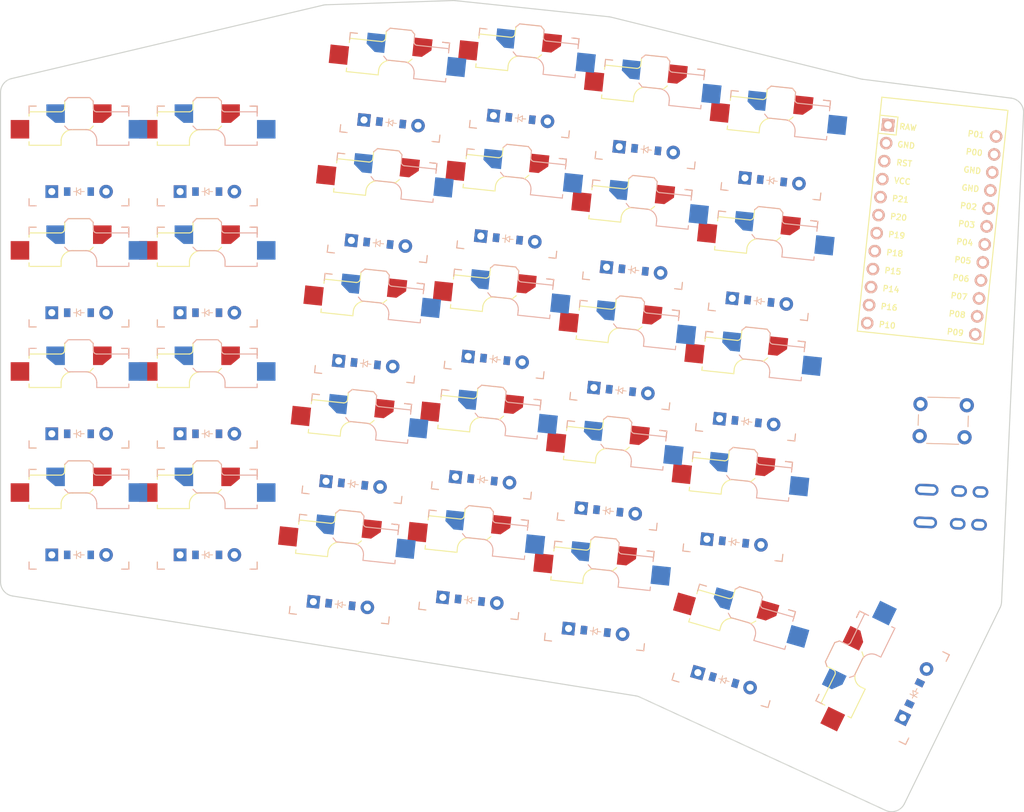
<source format=kicad_pcb>
(kicad_pcb (version 20171130) (host pcbnew 5.1.6)
  (title_block (title "greeny") (rev "1") (company "jsanr"))
  (layers (0 F.Cu signal) (31 B.Cu signal) (34 B.Paste user) (35 F.Paste user) (36 B.SilkS user) (37 F.SilkS user) (38 B.Mask user) (39 F.Mask user) (44 Edge.Cuts user))
  (net 0 "")
  (net 1 "P21")
  (net 2 "outer_bottom")
  (net 3 "outer_home")
  (net 4 "outer_top")
  (net 5 "outer_numbers")
  (net 6 "P20")
  (net 7 "pinky_bottom")
  (net 8 "pinky_home")
  (net 9 "pinky_top")
  (net 10 "pinky_numbers")
  (net 11 "ring_mod")
  (net 12 "P19")
  (net 13 "ring_bottom")
  (net 14 "ring_home")
  (net 15 "ring_top")
  (net 16 "ring_numbers")
  (net 17 "middle_mod")
  (net 18 "P18")
  (net 19 "middle_bottom")
  (net 20 "middle_home")
  (net 21 "middle_top")
  (net 22 "middle_numbers")
  (net 23 "index_mod")
  (net 24 "P15")
  (net 25 "index_bottom")
  (net 26 "index_home")
  (net 27 "index_top")
  (net 28 "index_numbers")
  (net 29 "P14")
  (net 30 "inner_bottom")
  (net 31 "inner_home")
  (net 32 "inner_top")
  (net 33 "inner_numbers")
  (net 34 "layer_cluster")
  (net 35 "space_cluster")
  (net 36 "P8")
  (net 37 "P7")
  (net 38 "P10")
  (net 39 "P16")
  (net 40 "P9")
  (net 41 "RAW")
  (net 42 "GND")
  (net 43 "RST")
  (net 44 "VCC")
  (net 45 "P1")
  (net 46 "P0")
  (net 47 "P2")
  (net 48 "P3")
  (net 49 "P4")
  (net 50 "P5")
  (net 51 "P6")
  (module PG1350 (layer F.Cu) (at 100 133 0)
    (fp_text reference "S1" hide)
    (pad "" np_thru_hole circle (at 0 0) (size 3.429 3.429) (drill 3.429) (layers *.Cu *.Mask))
    (pad "" np_thru_hole circle (at 5.5 0) (size 1.7018 1.7018) (drill 1.7018) (layers *.Cu *.Mask))
    (pad "" np_thru_hole circle (at -5.5 0) (size 1.7018 1.7018) (drill 1.7018) (layers *.Cu *.Mask))
    (pad "" np_thru_hole circle (at 0 -5.95) (size 3 3) (drill 3) (layers *.Cu *.Mask))
    (pad 1 smd custom (at -3.275 -5.95 0) (size 1 1) (layers B.Cu B.Paste B.Mask) (options (clearance outline) (anchor rect)) (primitives (gr_poly (pts (xy -1.3 -1.3) (xy -1.3 0.25) (xy -0.05 1.3) (xy 1.3 1.3) (xy 1.3 -1.3)) (width 0))) (net 1 "P21"))
    (pad 2 smd rect (at 8.275 -3.75 0) (size 2.6 2.6) (layers B.Cu B.Paste B.Mask) (net 2 "outer_bottom"))
    (pad "" np_thru_hole circle (at 5 -3.75 195) (size 3 3) (drill 3) (layers *.Cu *.Mask))
    (pad 1 connect custom (at 3.275 -5.95 0) (size 0.5 0.5) (layers F.Cu F.Mask) (options (clearance outline) (anchor rect)) (primitives (gr_poly (pts (xy -1.3 -1.3) (xy -1.3 1.3) (xy 0.05 1.3) (xy 1.3 0.25) (xy 1.3 -1.3)) (width 0))) (net 1 "P21"))
    (pad 2 smd rect (at -8.275 -3.75 0) (size 2.6 2.6) (layers F.Cu F.Paste F.Mask) (net 2 "outer_bottom"))
    (pad "" np_thru_hole circle (at -5 -3.75 195) (size 3 3) (drill 3) (layers *.Cu *.Mask))
  )
  (module PG1350 (layer F.Cu) (at 100 116 0)
    (fp_text reference "S2" hide)
    (pad "" np_thru_hole circle (at 0 0) (size 3.429 3.429) (drill 3.429) (layers *.Cu *.Mask))
    (pad "" np_thru_hole circle (at 5.5 0) (size 1.7018 1.7018) (drill 1.7018) (layers *.Cu *.Mask))
    (pad "" np_thru_hole circle (at -5.5 0) (size 1.7018 1.7018) (drill 1.7018) (layers *.Cu *.Mask))
    (pad "" np_thru_hole circle (at 0 -5.95) (size 3 3) (drill 3) (layers *.Cu *.Mask))
    (pad 1 smd custom (at -3.275 -5.95 0) (size 1 1) (layers B.Cu B.Paste B.Mask) (options (clearance outline) (anchor rect)) (primitives (gr_poly (pts (xy -1.3 -1.3) (xy -1.3 0.25) (xy -0.05 1.3) (xy 1.3 1.3) (xy 1.3 -1.3)) (width 0))) (net 1 "P21"))
    (pad 2 smd rect (at 8.275 -3.75 0) (size 2.6 2.6) (layers B.Cu B.Paste B.Mask) (net 3 "outer_home"))
    (pad "" np_thru_hole circle (at 5 -3.75 195) (size 3 3) (drill 3) (layers *.Cu *.Mask))
    (pad 1 connect custom (at 3.275 -5.95 0) (size 0.5 0.5) (layers F.Cu F.Mask) (options (clearance outline) (anchor rect)) (primitives (gr_poly (pts (xy -1.3 -1.3) (xy -1.3 1.3) (xy 0.05 1.3) (xy 1.3 0.25) (xy 1.3 -1.3)) (width 0))) (net 1 "P21"))
    (pad 2 smd rect (at -8.275 -3.75 0) (size 2.6 2.6) (layers F.Cu F.Paste F.Mask) (net 3 "outer_home"))
    (pad "" np_thru_hole circle (at -5 -3.75 195) (size 3 3) (drill 3) (layers *.Cu *.Mask))
  )
  (module PG1350 (layer F.Cu) (at 100 99 0)
    (fp_text reference "S3" hide)
    (pad "" np_thru_hole circle (at 0 0) (size 3.429 3.429) (drill 3.429) (layers *.Cu *.Mask))
    (pad "" np_thru_hole circle (at 5.5 0) (size 1.7018 1.7018) (drill 1.7018) (layers *.Cu *.Mask))
    (pad "" np_thru_hole circle (at -5.5 0) (size 1.7018 1.7018) (drill 1.7018) (layers *.Cu *.Mask))
    (pad "" np_thru_hole circle (at 0 -5.95) (size 3 3) (drill 3) (layers *.Cu *.Mask))
    (pad 1 smd custom (at -3.275 -5.95 0) (size 1 1) (layers B.Cu B.Paste B.Mask) (options (clearance outline) (anchor rect)) (primitives (gr_poly (pts (xy -1.3 -1.3) (xy -1.3 0.25) (xy -0.05 1.3) (xy 1.3 1.3) (xy 1.3 -1.3)) (width 0))) (net 1 "P21"))
    (pad 2 smd rect (at 8.275 -3.75 0) (size 2.6 2.6) (layers B.Cu B.Paste B.Mask) (net 4 "outer_top"))
    (pad "" np_thru_hole circle (at 5 -3.75 195) (size 3 3) (drill 3) (layers *.Cu *.Mask))
    (pad 1 connect custom (at 3.275 -5.95 0) (size 0.5 0.5) (layers F.Cu F.Mask) (options (clearance outline) (anchor rect)) (primitives (gr_poly (pts (xy -1.3 -1.3) (xy -1.3 1.3) (xy 0.05 1.3) (xy 1.3 0.25) (xy 1.3 -1.3)) (width 0))) (net 1 "P21"))
    (pad 2 smd rect (at -8.275 -3.75 0) (size 2.6 2.6) (layers F.Cu F.Paste F.Mask) (net 4 "outer_top"))
    (pad "" np_thru_hole circle (at -5 -3.75 195) (size 3 3) (drill 3) (layers *.Cu *.Mask))
  )
  (module PG1350 (layer F.Cu) (at 100 82 0)
    (fp_text reference "S4" hide)
    (pad "" np_thru_hole circle (at 0 0) (size 3.429 3.429) (drill 3.429) (layers *.Cu *.Mask))
    (pad "" np_thru_hole circle (at 5.5 0) (size 1.7018 1.7018) (drill 1.7018) (layers *.Cu *.Mask))
    (pad "" np_thru_hole circle (at -5.5 0) (size 1.7018 1.7018) (drill 1.7018) (layers *.Cu *.Mask))
    (pad "" np_thru_hole circle (at 0 -5.95) (size 3 3) (drill 3) (layers *.Cu *.Mask))
    (pad 1 smd custom (at -3.275 -5.95 0) (size 1 1) (layers B.Cu B.Paste B.Mask) (options (clearance outline) (anchor rect)) (primitives (gr_poly (pts (xy -1.3 -1.3) (xy -1.3 0.25) (xy -0.05 1.3) (xy 1.3 1.3) (xy 1.3 -1.3)) (width 0))) (net 1 "P21"))
    (pad 2 smd rect (at 8.275 -3.75 0) (size 2.6 2.6) (layers B.Cu B.Paste B.Mask) (net 5 "outer_numbers"))
    (pad "" np_thru_hole circle (at 5 -3.75 195) (size 3 3) (drill 3) (layers *.Cu *.Mask))
    (pad 1 connect custom (at 3.275 -5.95 0) (size 0.5 0.5) (layers F.Cu F.Mask) (options (clearance outline) (anchor rect)) (primitives (gr_poly (pts (xy -1.3 -1.3) (xy -1.3 1.3) (xy 0.05 1.3) (xy 1.3 0.25) (xy 1.3 -1.3)) (width 0))) (net 1 "P21"))
    (pad 2 smd rect (at -8.275 -3.75 0) (size 2.6 2.6) (layers F.Cu F.Paste F.Mask) (net 5 "outer_numbers"))
    (pad "" np_thru_hole circle (at -5 -3.75 195) (size 3 3) (drill 3) (layers *.Cu *.Mask))
  )
  (module PG1350 (layer F.Cu) (at 118 133 0)
    (fp_text reference "S5" hide)
    (pad "" np_thru_hole circle (at 0 0) (size 3.429 3.429) (drill 3.429) (layers *.Cu *.Mask))
    (pad "" np_thru_hole circle (at 5.5 0) (size 1.7018 1.7018) (drill 1.7018) (layers *.Cu *.Mask))
    (pad "" np_thru_hole circle (at -5.5 0) (size 1.7018 1.7018) (drill 1.7018) (layers *.Cu *.Mask))
    (pad "" np_thru_hole circle (at 0 -5.95) (size 3 3) (drill 3) (layers *.Cu *.Mask))
    (pad 1 smd custom (at -3.275 -5.95 0) (size 1 1) (layers B.Cu B.Paste B.Mask) (options (clearance outline) (anchor rect)) (primitives (gr_poly (pts (xy -1.3 -1.3) (xy -1.3 0.25) (xy -0.05 1.3) (xy 1.3 1.3) (xy 1.3 -1.3)) (width 0))) (net 6 "P20"))
    (pad 2 smd rect (at 8.275 -3.75 0) (size 2.6 2.6) (layers B.Cu B.Paste B.Mask) (net 7 "pinky_bottom"))
    (pad "" np_thru_hole circle (at 5 -3.75 195) (size 3 3) (drill 3) (layers *.Cu *.Mask))
    (pad 1 connect custom (at 3.275 -5.95 0) (size 0.5 0.5) (layers F.Cu F.Mask) (options (clearance outline) (anchor rect)) (primitives (gr_poly (pts (xy -1.3 -1.3) (xy -1.3 1.3) (xy 0.05 1.3) (xy 1.3 0.25) (xy 1.3 -1.3)) (width 0))) (net 6 "P20"))
    (pad 2 smd rect (at -8.275 -3.75 0) (size 2.6 2.6) (layers F.Cu F.Paste F.Mask) (net 7 "pinky_bottom"))
    (pad "" np_thru_hole circle (at -5 -3.75 195) (size 3 3) (drill 3) (layers *.Cu *.Mask))
  )
  (module PG1350 (layer F.Cu) (at 118 116 0)
    (fp_text reference "S6" hide)
    (pad "" np_thru_hole circle (at 0 0) (size 3.429 3.429) (drill 3.429) (layers *.Cu *.Mask))
    (pad "" np_thru_hole circle (at 5.5 0) (size 1.7018 1.7018) (drill 1.7018) (layers *.Cu *.Mask))
    (pad "" np_thru_hole circle (at -5.5 0) (size 1.7018 1.7018) (drill 1.7018) (layers *.Cu *.Mask))
    (pad "" np_thru_hole circle (at 0 -5.95) (size 3 3) (drill 3) (layers *.Cu *.Mask))
    (pad 1 smd custom (at -3.275 -5.95 0) (size 1 1) (layers B.Cu B.Paste B.Mask) (options (clearance outline) (anchor rect)) (primitives (gr_poly (pts (xy -1.3 -1.3) (xy -1.3 0.25) (xy -0.05 1.3) (xy 1.3 1.3) (xy 1.3 -1.3)) (width 0))) (net 6 "P20"))
    (pad 2 smd rect (at 8.275 -3.75 0) (size 2.6 2.6) (layers B.Cu B.Paste B.Mask) (net 8 "pinky_home"))
    (pad "" np_thru_hole circle (at 5 -3.75 195) (size 3 3) (drill 3) (layers *.Cu *.Mask))
    (pad 1 connect custom (at 3.275 -5.95 0) (size 0.5 0.5) (layers F.Cu F.Mask) (options (clearance outline) (anchor rect)) (primitives (gr_poly (pts (xy -1.3 -1.3) (xy -1.3 1.3) (xy 0.05 1.3) (xy 1.3 0.25) (xy 1.3 -1.3)) (width 0))) (net 6 "P20"))
    (pad 2 smd rect (at -8.275 -3.75 0) (size 2.6 2.6) (layers F.Cu F.Paste F.Mask) (net 8 "pinky_home"))
    (pad "" np_thru_hole circle (at -5 -3.75 195) (size 3 3) (drill 3) (layers *.Cu *.Mask))
  )
  (module PG1350 (layer F.Cu) (at 118 99 0)
    (fp_text reference "S7" hide)
    (pad "" np_thru_hole circle (at 0 0) (size 3.429 3.429) (drill 3.429) (layers *.Cu *.Mask))
    (pad "" np_thru_hole circle (at 5.5 0) (size 1.7018 1.7018) (drill 1.7018) (layers *.Cu *.Mask))
    (pad "" np_thru_hole circle (at -5.5 0) (size 1.7018 1.7018) (drill 1.7018) (layers *.Cu *.Mask))
    (pad "" np_thru_hole circle (at 0 -5.95) (size 3 3) (drill 3) (layers *.Cu *.Mask))
    (pad 1 smd custom (at -3.275 -5.95 0) (size 1 1) (layers B.Cu B.Paste B.Mask) (options (clearance outline) (anchor rect)) (primitives (gr_poly (pts (xy -1.3 -1.3) (xy -1.3 0.25) (xy -0.05 1.3) (xy 1.3 1.3) (xy 1.3 -1.3)) (width 0))) (net 6 "P20"))
    (pad 2 smd rect (at 8.275 -3.75 0) (size 2.6 2.6) (layers B.Cu B.Paste B.Mask) (net 9 "pinky_top"))
    (pad "" np_thru_hole circle (at 5 -3.75 195) (size 3 3) (drill 3) (layers *.Cu *.Mask))
    (pad 1 connect custom (at 3.275 -5.95 0) (size 0.5 0.5) (layers F.Cu F.Mask) (options (clearance outline) (anchor rect)) (primitives (gr_poly (pts (xy -1.3 -1.3) (xy -1.3 1.3) (xy 0.05 1.3) (xy 1.3 0.25) (xy 1.3 -1.3)) (width 0))) (net 6 "P20"))
    (pad 2 smd rect (at -8.275 -3.75 0) (size 2.6 2.6) (layers F.Cu F.Paste F.Mask) (net 9 "pinky_top"))
    (pad "" np_thru_hole circle (at -5 -3.75 195) (size 3 3) (drill 3) (layers *.Cu *.Mask))
  )
  (module PG1350 (layer F.Cu) (at 118 82 0)
    (fp_text reference "S8" hide)
    (pad "" np_thru_hole circle (at 0 0) (size 3.429 3.429) (drill 3.429) (layers *.Cu *.Mask))
    (pad "" np_thru_hole circle (at 5.5 0) (size 1.7018 1.7018) (drill 1.7018) (layers *.Cu *.Mask))
    (pad "" np_thru_hole circle (at -5.5 0) (size 1.7018 1.7018) (drill 1.7018) (layers *.Cu *.Mask))
    (pad "" np_thru_hole circle (at 0 -5.95) (size 3 3) (drill 3) (layers *.Cu *.Mask))
    (pad 1 smd custom (at -3.275 -5.95 0) (size 1 1) (layers B.Cu B.Paste B.Mask) (options (clearance outline) (anchor rect)) (primitives (gr_poly (pts (xy -1.3 -1.3) (xy -1.3 0.25) (xy -0.05 1.3) (xy 1.3 1.3) (xy 1.3 -1.3)) (width 0))) (net 6 "P20"))
    (pad 2 smd rect (at 8.275 -3.75 0) (size 2.6 2.6) (layers B.Cu B.Paste B.Mask) (net 10 "pinky_numbers"))
    (pad "" np_thru_hole circle (at 5 -3.75 195) (size 3 3) (drill 3) (layers *.Cu *.Mask))
    (pad 1 connect custom (at 3.275 -5.95 0) (size 0.5 0.5) (layers F.Cu F.Mask) (options (clearance outline) (anchor rect)) (primitives (gr_poly (pts (xy -1.3 -1.3) (xy -1.3 1.3) (xy 0.05 1.3) (xy 1.3 0.25) (xy 1.3 -1.3)) (width 0))) (net 6 "P20"))
    (pad 2 smd rect (at -8.275 -3.75 0) (size 2.6 2.6) (layers F.Cu F.Paste F.Mask) (net 10 "pinky_numbers"))
    (pad "" np_thru_hole circle (at -5 -3.75 195) (size 3 3) (drill 3) (layers *.Cu *.Mask))
  )
  (module PG1350 (layer F.Cu) (at 137.2 140 -6)
    (fp_text reference "S9" hide)
    (pad "" np_thru_hole circle (at 0 0) (size 3.429 3.429) (drill 3.429) (layers *.Cu *.Mask))
    (pad "" np_thru_hole circle (at 5.5 0) (size 1.7018 1.7018) (drill 1.7018) (layers *.Cu *.Mask))
    (pad "" np_thru_hole circle (at -5.5 0) (size 1.7018 1.7018) (drill 1.7018) (layers *.Cu *.Mask))
    (pad "" np_thru_hole circle (at 0 -5.95) (size 3 3) (drill 3) (layers *.Cu *.Mask))
    (pad 1 smd custom (at -3.275 -5.95 -6) (size 1 1) (layers B.Cu B.Paste B.Mask) (options (clearance outline) (anchor rect)) (primitives (gr_poly (pts (xy -1.3 -1.3) (xy -1.3 0.25) (xy -0.05 1.3) (xy 1.3 1.3) (xy 1.3 -1.3)) (width 0))) (net 6 "P20"))
    (pad 2 smd rect (at 8.275 -3.75 -6) (size 2.6 2.6) (layers B.Cu B.Paste B.Mask) (net 11 "ring_mod"))
    (pad "" np_thru_hole circle (at 5 -3.75 195) (size 3 3) (drill 3) (layers *.Cu *.Mask))
    (pad 1 connect custom (at 3.275 -5.95 -6) (size 0.5 0.5) (layers F.Cu F.Mask) (options (clearance outline) (anchor rect)) (primitives (gr_poly (pts (xy -1.3 -1.3) (xy -1.3 1.3) (xy 0.05 1.3) (xy 1.3 0.25) (xy 1.3 -1.3)) (width 0))) (net 6 "P20"))
    (pad 2 smd rect (at -8.275 -3.75 -6) (size 2.6 2.6) (layers F.Cu F.Paste F.Mask) (net 11 "ring_mod"))
    (pad "" np_thru_hole circle (at -5 -3.75 195) (size 3 3) (drill 3) (layers *.Cu *.Mask))
  )
  (module PG1350 (layer F.Cu) (at 138.9769839 123.0931278 -6)
    (fp_text reference "S10" hide)
    (pad "" np_thru_hole circle (at 0 0) (size 3.429 3.429) (drill 3.429) (layers *.Cu *.Mask))
    (pad "" np_thru_hole circle (at 5.5 0) (size 1.7018 1.7018) (drill 1.7018) (layers *.Cu *.Mask))
    (pad "" np_thru_hole circle (at -5.5 0) (size 1.7018 1.7018) (drill 1.7018) (layers *.Cu *.Mask))
    (pad "" np_thru_hole circle (at 0 -5.95) (size 3 3) (drill 3) (layers *.Cu *.Mask))
    (pad 1 smd custom (at -3.275 -5.95 -6) (size 1 1) (layers B.Cu B.Paste B.Mask) (options (clearance outline) (anchor rect)) (primitives (gr_poly (pts (xy -1.3 -1.3) (xy -1.3 0.25) (xy -0.05 1.3) (xy 1.3 1.3) (xy 1.3 -1.3)) (width 0))) (net 12 "P19"))
    (pad 2 smd rect (at 8.275 -3.75 -6) (size 2.6 2.6) (layers B.Cu B.Paste B.Mask) (net 13 "ring_bottom"))
    (pad "" np_thru_hole circle (at 5 -3.75 195) (size 3 3) (drill 3) (layers *.Cu *.Mask))
    (pad 1 connect custom (at 3.275 -5.95 -6) (size 0.5 0.5) (layers F.Cu F.Mask) (options (clearance outline) (anchor rect)) (primitives (gr_poly (pts (xy -1.3 -1.3) (xy -1.3 1.3) (xy 0.05 1.3) (xy 1.3 0.25) (xy 1.3 -1.3)) (width 0))) (net 12 "P19"))
    (pad 2 smd rect (at -8.275 -3.75 -6) (size 2.6 2.6) (layers F.Cu F.Paste F.Mask) (net 13 "ring_bottom"))
    (pad "" np_thru_hole circle (at -5 -3.75 195) (size 3 3) (drill 3) (layers *.Cu *.Mask))
  )
  (module PG1350 (layer F.Cu) (at 140.7539678 106.18625560000001 -6)
    (fp_text reference "S11" hide)
    (pad "" np_thru_hole circle (at 0 0) (size 3.429 3.429) (drill 3.429) (layers *.Cu *.Mask))
    (pad "" np_thru_hole circle (at 5.5 0) (size 1.7018 1.7018) (drill 1.7018) (layers *.Cu *.Mask))
    (pad "" np_thru_hole circle (at -5.5 0) (size 1.7018 1.7018) (drill 1.7018) (layers *.Cu *.Mask))
    (pad "" np_thru_hole circle (at 0 -5.95) (size 3 3) (drill 3) (layers *.Cu *.Mask))
    (pad 1 smd custom (at -3.275 -5.95 -6) (size 1 1) (layers B.Cu B.Paste B.Mask) (options (clearance outline) (anchor rect)) (primitives (gr_poly (pts (xy -1.3 -1.3) (xy -1.3 0.25) (xy -0.05 1.3) (xy 1.3 1.3) (xy 1.3 -1.3)) (width 0))) (net 12 "P19"))
    (pad 2 smd rect (at 8.275 -3.75 -6) (size 2.6 2.6) (layers B.Cu B.Paste B.Mask) (net 14 "ring_home"))
    (pad "" np_thru_hole circle (at 5 -3.75 195) (size 3 3) (drill 3) (layers *.Cu *.Mask))
    (pad 1 connect custom (at 3.275 -5.95 -6) (size 0.5 0.5) (layers F.Cu F.Mask) (options (clearance outline) (anchor rect)) (primitives (gr_poly (pts (xy -1.3 -1.3) (xy -1.3 1.3) (xy 0.05 1.3) (xy 1.3 0.25) (xy 1.3 -1.3)) (width 0))) (net 12 "P19"))
    (pad 2 smd rect (at -8.275 -3.75 -6) (size 2.6 2.6) (layers F.Cu F.Paste F.Mask) (net 14 "ring_home"))
    (pad "" np_thru_hole circle (at -5 -3.75 195) (size 3 3) (drill 3) (layers *.Cu *.Mask))
  )
  (module PG1350 (layer F.Cu) (at 142.5309517 89.27938340000001 -6)
    (fp_text reference "S12" hide)
    (pad "" np_thru_hole circle (at 0 0) (size 3.429 3.429) (drill 3.429) (layers *.Cu *.Mask))
    (pad "" np_thru_hole circle (at 5.5 0) (size 1.7018 1.7018) (drill 1.7018) (layers *.Cu *.Mask))
    (pad "" np_thru_hole circle (at -5.5 0) (size 1.7018 1.7018) (drill 1.7018) (layers *.Cu *.Mask))
    (pad "" np_thru_hole circle (at 0 -5.95) (size 3 3) (drill 3) (layers *.Cu *.Mask))
    (pad 1 smd custom (at -3.275 -5.95 -6) (size 1 1) (layers B.Cu B.Paste B.Mask) (options (clearance outline) (anchor rect)) (primitives (gr_poly (pts (xy -1.3 -1.3) (xy -1.3 0.25) (xy -0.05 1.3) (xy 1.3 1.3) (xy 1.3 -1.3)) (width 0))) (net 12 "P19"))
    (pad 2 smd rect (at 8.275 -3.75 -6) (size 2.6 2.6) (layers B.Cu B.Paste B.Mask) (net 15 "ring_top"))
    (pad "" np_thru_hole circle (at 5 -3.75 195) (size 3 3) (drill 3) (layers *.Cu *.Mask))
    (pad 1 connect custom (at 3.275 -5.95 -6) (size 0.5 0.5) (layers F.Cu F.Mask) (options (clearance outline) (anchor rect)) (primitives (gr_poly (pts (xy -1.3 -1.3) (xy -1.3 1.3) (xy 0.05 1.3) (xy 1.3 0.25) (xy 1.3 -1.3)) (width 0))) (net 12 "P19"))
    (pad 2 smd rect (at -8.275 -3.75 -6) (size 2.6 2.6) (layers F.Cu F.Paste F.Mask) (net 15 "ring_top"))
    (pad "" np_thru_hole circle (at -5 -3.75 195) (size 3 3) (drill 3) (layers *.Cu *.Mask))
  )
  (module PG1350 (layer F.Cu) (at 144.3079356 72.37251120000002 -6)
    (fp_text reference "S13" hide)
    (pad "" np_thru_hole circle (at 0 0) (size 3.429 3.429) (drill 3.429) (layers *.Cu *.Mask))
    (pad "" np_thru_hole circle (at 5.5 0) (size 1.7018 1.7018) (drill 1.7018) (layers *.Cu *.Mask))
    (pad "" np_thru_hole circle (at -5.5 0) (size 1.7018 1.7018) (drill 1.7018) (layers *.Cu *.Mask))
    (pad "" np_thru_hole circle (at 0 -5.95) (size 3 3) (drill 3) (layers *.Cu *.Mask))
    (pad 1 smd custom (at -3.275 -5.95 -6) (size 1 1) (layers B.Cu B.Paste B.Mask) (options (clearance outline) (anchor rect)) (primitives (gr_poly (pts (xy -1.3 -1.3) (xy -1.3 0.25) (xy -0.05 1.3) (xy 1.3 1.3) (xy 1.3 -1.3)) (width 0))) (net 12 "P19"))
    (pad 2 smd rect (at 8.275 -3.75 -6) (size 2.6 2.6) (layers B.Cu B.Paste B.Mask) (net 16 "ring_numbers"))
    (pad "" np_thru_hole circle (at 5 -3.75 195) (size 3 3) (drill 3) (layers *.Cu *.Mask))
    (pad 1 connect custom (at 3.275 -5.95 -6) (size 0.5 0.5) (layers F.Cu F.Mask) (options (clearance outline) (anchor rect)) (primitives (gr_poly (pts (xy -1.3 -1.3) (xy -1.3 1.3) (xy 0.05 1.3) (xy 1.3 0.25) (xy 1.3 -1.3)) (width 0))) (net 12 "P19"))
    (pad 2 smd rect (at -8.275 -3.75 -6) (size 2.6 2.6) (layers F.Cu F.Paste F.Mask) (net 16 "ring_numbers"))
    (pad "" np_thru_hole circle (at -5 -3.75 195) (size 3 3) (drill 3) (layers *.Cu *.Mask))
  )
  (module PG1350 (layer F.Cu) (at 155.3627153 139.3952076 -6)
    (fp_text reference "S14" hide)
    (pad "" np_thru_hole circle (at 0 0) (size 3.429 3.429) (drill 3.429) (layers *.Cu *.Mask))
    (pad "" np_thru_hole circle (at 5.5 0) (size 1.7018 1.7018) (drill 1.7018) (layers *.Cu *.Mask))
    (pad "" np_thru_hole circle (at -5.5 0) (size 1.7018 1.7018) (drill 1.7018) (layers *.Cu *.Mask))
    (pad "" np_thru_hole circle (at 0 -5.95) (size 3 3) (drill 3) (layers *.Cu *.Mask))
    (pad 1 smd custom (at -3.275 -5.95 -6) (size 1 1) (layers B.Cu B.Paste B.Mask) (options (clearance outline) (anchor rect)) (primitives (gr_poly (pts (xy -1.3 -1.3) (xy -1.3 0.25) (xy -0.05 1.3) (xy 1.3 1.3) (xy 1.3 -1.3)) (width 0))) (net 12 "P19"))
    (pad 2 smd rect (at 8.275 -3.75 -6) (size 2.6 2.6) (layers B.Cu B.Paste B.Mask) (net 17 "middle_mod"))
    (pad "" np_thru_hole circle (at 5 -3.75 195) (size 3 3) (drill 3) (layers *.Cu *.Mask))
    (pad 1 connect custom (at 3.275 -5.95 -6) (size 0.5 0.5) (layers F.Cu F.Mask) (options (clearance outline) (anchor rect)) (primitives (gr_poly (pts (xy -1.3 -1.3) (xy -1.3 1.3) (xy 0.05 1.3) (xy 1.3 0.25) (xy 1.3 -1.3)) (width 0))) (net 12 "P19"))
    (pad 2 smd rect (at -8.275 -3.75 -6) (size 2.6 2.6) (layers F.Cu F.Paste F.Mask) (net 17 "middle_mod"))
    (pad "" np_thru_hole circle (at -5 -3.75 195) (size 3 3) (drill 3) (layers *.Cu *.Mask))
  )
  (module PG1350 (layer F.Cu) (at 157.1396992 122.4883354 -6)
    (fp_text reference "S15" hide)
    (pad "" np_thru_hole circle (at 0 0) (size 3.429 3.429) (drill 3.429) (layers *.Cu *.Mask))
    (pad "" np_thru_hole circle (at 5.5 0) (size 1.7018 1.7018) (drill 1.7018) (layers *.Cu *.Mask))
    (pad "" np_thru_hole circle (at -5.5 0) (size 1.7018 1.7018) (drill 1.7018) (layers *.Cu *.Mask))
    (pad "" np_thru_hole circle (at 0 -5.95) (size 3 3) (drill 3) (layers *.Cu *.Mask))
    (pad 1 smd custom (at -3.275 -5.95 -6) (size 1 1) (layers B.Cu B.Paste B.Mask) (options (clearance outline) (anchor rect)) (primitives (gr_poly (pts (xy -1.3 -1.3) (xy -1.3 0.25) (xy -0.05 1.3) (xy 1.3 1.3) (xy 1.3 -1.3)) (width 0))) (net 18 "P18"))
    (pad 2 smd rect (at 8.275 -3.75 -6) (size 2.6 2.6) (layers B.Cu B.Paste B.Mask) (net 19 "middle_bottom"))
    (pad "" np_thru_hole circle (at 5 -3.75 195) (size 3 3) (drill 3) (layers *.Cu *.Mask))
    (pad 1 connect custom (at 3.275 -5.95 -6) (size 0.5 0.5) (layers F.Cu F.Mask) (options (clearance outline) (anchor rect)) (primitives (gr_poly (pts (xy -1.3 -1.3) (xy -1.3 1.3) (xy 0.05 1.3) (xy 1.3 0.25) (xy 1.3 -1.3)) (width 0))) (net 18 "P18"))
    (pad 2 smd rect (at -8.275 -3.75 -6) (size 2.6 2.6) (layers F.Cu F.Paste F.Mask) (net 19 "middle_bottom"))
    (pad "" np_thru_hole circle (at -5 -3.75 195) (size 3 3) (drill 3) (layers *.Cu *.Mask))
  )
  (module PG1350 (layer F.Cu) (at 158.9166831 105.5814632 -6)
    (fp_text reference "S16" hide)
    (pad "" np_thru_hole circle (at 0 0) (size 3.429 3.429) (drill 3.429) (layers *.Cu *.Mask))
    (pad "" np_thru_hole circle (at 5.5 0) (size 1.7018 1.7018) (drill 1.7018) (layers *.Cu *.Mask))
    (pad "" np_thru_hole circle (at -5.5 0) (size 1.7018 1.7018) (drill 1.7018) (layers *.Cu *.Mask))
    (pad "" np_thru_hole circle (at 0 -5.95) (size 3 3) (drill 3) (layers *.Cu *.Mask))
    (pad 1 smd custom (at -3.275 -5.95 -6) (size 1 1) (layers B.Cu B.Paste B.Mask) (options (clearance outline) (anchor rect)) (primitives (gr_poly (pts (xy -1.3 -1.3) (xy -1.3 0.25) (xy -0.05 1.3) (xy 1.3 1.3) (xy 1.3 -1.3)) (width 0))) (net 18 "P18"))
    (pad 2 smd rect (at 8.275 -3.75 -6) (size 2.6 2.6) (layers B.Cu B.Paste B.Mask) (net 20 "middle_home"))
    (pad "" np_thru_hole circle (at 5 -3.75 195) (size 3 3) (drill 3) (layers *.Cu *.Mask))
    (pad 1 connect custom (at 3.275 -5.95 -6) (size 0.5 0.5) (layers F.Cu F.Mask) (options (clearance outline) (anchor rect)) (primitives (gr_poly (pts (xy -1.3 -1.3) (xy -1.3 1.3) (xy 0.05 1.3) (xy 1.3 0.25) (xy 1.3 -1.3)) (width 0))) (net 18 "P18"))
    (pad 2 smd rect (at -8.275 -3.75 -6) (size 2.6 2.6) (layers F.Cu F.Paste F.Mask) (net 20 "middle_home"))
    (pad "" np_thru_hole circle (at -5 -3.75 195) (size 3 3) (drill 3) (layers *.Cu *.Mask))
  )
  (module PG1350 (layer F.Cu) (at 160.693667 88.674591 -6)
    (fp_text reference "S17" hide)
    (pad "" np_thru_hole circle (at 0 0) (size 3.429 3.429) (drill 3.429) (layers *.Cu *.Mask))
    (pad "" np_thru_hole circle (at 5.5 0) (size 1.7018 1.7018) (drill 1.7018) (layers *.Cu *.Mask))
    (pad "" np_thru_hole circle (at -5.5 0) (size 1.7018 1.7018) (drill 1.7018) (layers *.Cu *.Mask))
    (pad "" np_thru_hole circle (at 0 -5.95) (size 3 3) (drill 3) (layers *.Cu *.Mask))
    (pad 1 smd custom (at -3.275 -5.95 -6) (size 1 1) (layers B.Cu B.Paste B.Mask) (options (clearance outline) (anchor rect)) (primitives (gr_poly (pts (xy -1.3 -1.3) (xy -1.3 0.25) (xy -0.05 1.3) (xy 1.3 1.3) (xy 1.3 -1.3)) (width 0))) (net 18 "P18"))
    (pad 2 smd rect (at 8.275 -3.75 -6) (size 2.6 2.6) (layers B.Cu B.Paste B.Mask) (net 21 "middle_top"))
    (pad "" np_thru_hole circle (at 5 -3.75 195) (size 3 3) (drill 3) (layers *.Cu *.Mask))
    (pad 1 connect custom (at 3.275 -5.95 -6) (size 0.5 0.5) (layers F.Cu F.Mask) (options (clearance outline) (anchor rect)) (primitives (gr_poly (pts (xy -1.3 -1.3) (xy -1.3 1.3) (xy 0.05 1.3) (xy 1.3 0.25) (xy 1.3 -1.3)) (width 0))) (net 18 "P18"))
    (pad 2 smd rect (at -8.275 -3.75 -6) (size 2.6 2.6) (layers F.Cu F.Paste F.Mask) (net 21 "middle_top"))
    (pad "" np_thru_hole circle (at -5 -3.75 195) (size 3 3) (drill 3) (layers *.Cu *.Mask))
  )
  (module PG1350 (layer F.Cu) (at 162.4706509 71.76771880000001 -6)
    (fp_text reference "S18" hide)
    (pad "" np_thru_hole circle (at 0 0) (size 3.429 3.429) (drill 3.429) (layers *.Cu *.Mask))
    (pad "" np_thru_hole circle (at 5.5 0) (size 1.7018 1.7018) (drill 1.7018) (layers *.Cu *.Mask))
    (pad "" np_thru_hole circle (at -5.5 0) (size 1.7018 1.7018) (drill 1.7018) (layers *.Cu *.Mask))
    (pad "" np_thru_hole circle (at 0 -5.95) (size 3 3) (drill 3) (layers *.Cu *.Mask))
    (pad 1 smd custom (at -3.275 -5.95 -6) (size 1 1) (layers B.Cu B.Paste B.Mask) (options (clearance outline) (anchor rect)) (primitives (gr_poly (pts (xy -1.3 -1.3) (xy -1.3 0.25) (xy -0.05 1.3) (xy 1.3 1.3) (xy 1.3 -1.3)) (width 0))) (net 18 "P18"))
    (pad 2 smd rect (at 8.275 -3.75 -6) (size 2.6 2.6) (layers B.Cu B.Paste B.Mask) (net 22 "middle_numbers"))
    (pad "" np_thru_hole circle (at 5 -3.75 195) (size 3 3) (drill 3) (layers *.Cu *.Mask))
    (pad 1 connect custom (at 3.275 -5.95 -6) (size 0.5 0.5) (layers F.Cu F.Mask) (options (clearance outline) (anchor rect)) (primitives (gr_poly (pts (xy -1.3 -1.3) (xy -1.3 1.3) (xy 0.05 1.3) (xy 1.3 0.25) (xy 1.3 -1.3)) (width 0))) (net 18 "P18"))
    (pad 2 smd rect (at -8.275 -3.75 -6) (size 2.6 2.6) (layers F.Cu F.Paste F.Mask) (net 22 "middle_numbers"))
    (pad "" np_thru_hole circle (at -5 -3.75 195) (size 3 3) (drill 3) (layers *.Cu *.Mask))
  )
  (module PG1350 (layer F.Cu) (at 173.0027882 143.7630247 -6)
    (fp_text reference "S19" hide)
    (pad "" np_thru_hole circle (at 0 0) (size 3.429 3.429) (drill 3.429) (layers *.Cu *.Mask))
    (pad "" np_thru_hole circle (at 5.5 0) (size 1.7018 1.7018) (drill 1.7018) (layers *.Cu *.Mask))
    (pad "" np_thru_hole circle (at -5.5 0) (size 1.7018 1.7018) (drill 1.7018) (layers *.Cu *.Mask))
    (pad "" np_thru_hole circle (at 0 -5.95) (size 3 3) (drill 3) (layers *.Cu *.Mask))
    (pad 1 smd custom (at -3.275 -5.95 -6) (size 1 1) (layers B.Cu B.Paste B.Mask) (options (clearance outline) (anchor rect)) (primitives (gr_poly (pts (xy -1.3 -1.3) (xy -1.3 0.25) (xy -0.05 1.3) (xy 1.3 1.3) (xy 1.3 -1.3)) (width 0))) (net 18 "P18"))
    (pad 2 smd rect (at 8.275 -3.75 -6) (size 2.6 2.6) (layers B.Cu B.Paste B.Mask) (net 23 "index_mod"))
    (pad "" np_thru_hole circle (at 5 -3.75 195) (size 3 3) (drill 3) (layers *.Cu *.Mask))
    (pad 1 connect custom (at 3.275 -5.95 -6) (size 0.5 0.5) (layers F.Cu F.Mask) (options (clearance outline) (anchor rect)) (primitives (gr_poly (pts (xy -1.3 -1.3) (xy -1.3 1.3) (xy 0.05 1.3) (xy 1.3 0.25) (xy 1.3 -1.3)) (width 0))) (net 18 "P18"))
    (pad 2 smd rect (at -8.275 -3.75 -6) (size 2.6 2.6) (layers F.Cu F.Paste F.Mask) (net 23 "index_mod"))
    (pad "" np_thru_hole circle (at -5 -3.75 195) (size 3 3) (drill 3) (layers *.Cu *.Mask))
  )
  (module PG1350 (layer F.Cu) (at 174.7797721 126.8561525 -6)
    (fp_text reference "S20" hide)
    (pad "" np_thru_hole circle (at 0 0) (size 3.429 3.429) (drill 3.429) (layers *.Cu *.Mask))
    (pad "" np_thru_hole circle (at 5.5 0) (size 1.7018 1.7018) (drill 1.7018) (layers *.Cu *.Mask))
    (pad "" np_thru_hole circle (at -5.5 0) (size 1.7018 1.7018) (drill 1.7018) (layers *.Cu *.Mask))
    (pad "" np_thru_hole circle (at 0 -5.95) (size 3 3) (drill 3) (layers *.Cu *.Mask))
    (pad 1 smd custom (at -3.275 -5.95 -6) (size 1 1) (layers B.Cu B.Paste B.Mask) (options (clearance outline) (anchor rect)) (primitives (gr_poly (pts (xy -1.3 -1.3) (xy -1.3 0.25) (xy -0.05 1.3) (xy 1.3 1.3) (xy 1.3 -1.3)) (width 0))) (net 24 "P15"))
    (pad 2 smd rect (at 8.275 -3.75 -6) (size 2.6 2.6) (layers B.Cu B.Paste B.Mask) (net 25 "index_bottom"))
    (pad "" np_thru_hole circle (at 5 -3.75 195) (size 3 3) (drill 3) (layers *.Cu *.Mask))
    (pad 1 connect custom (at 3.275 -5.95 -6) (size 0.5 0.5) (layers F.Cu F.Mask) (options (clearance outline) (anchor rect)) (primitives (gr_poly (pts (xy -1.3 -1.3) (xy -1.3 1.3) (xy 0.05 1.3) (xy 1.3 0.25) (xy 1.3 -1.3)) (width 0))) (net 24 "P15"))
    (pad 2 smd rect (at -8.275 -3.75 -6) (size 2.6 2.6) (layers F.Cu F.Paste F.Mask) (net 25 "index_bottom"))
    (pad "" np_thru_hole circle (at -5 -3.75 195) (size 3 3) (drill 3) (layers *.Cu *.Mask))
  )
  (module PG1350 (layer F.Cu) (at 176.556756 109.9492803 -6)
    (fp_text reference "S21" hide)
    (pad "" np_thru_hole circle (at 0 0) (size 3.429 3.429) (drill 3.429) (layers *.Cu *.Mask))
    (pad "" np_thru_hole circle (at 5.5 0) (size 1.7018 1.7018) (drill 1.7018) (layers *.Cu *.Mask))
    (pad "" np_thru_hole circle (at -5.5 0) (size 1.7018 1.7018) (drill 1.7018) (layers *.Cu *.Mask))
    (pad "" np_thru_hole circle (at 0 -5.95) (size 3 3) (drill 3) (layers *.Cu *.Mask))
    (pad 1 smd custom (at -3.275 -5.95 -6) (size 1 1) (layers B.Cu B.Paste B.Mask) (options (clearance outline) (anchor rect)) (primitives (gr_poly (pts (xy -1.3 -1.3) (xy -1.3 0.25) (xy -0.05 1.3) (xy 1.3 1.3) (xy 1.3 -1.3)) (width 0))) (net 24 "P15"))
    (pad 2 smd rect (at 8.275 -3.75 -6) (size 2.6 2.6) (layers B.Cu B.Paste B.Mask) (net 26 "index_home"))
    (pad "" np_thru_hole circle (at 5 -3.75 195) (size 3 3) (drill 3) (layers *.Cu *.Mask))
    (pad 1 connect custom (at 3.275 -5.95 -6) (size 0.5 0.5) (layers F.Cu F.Mask) (options (clearance outline) (anchor rect)) (primitives (gr_poly (pts (xy -1.3 -1.3) (xy -1.3 1.3) (xy 0.05 1.3) (xy 1.3 0.25) (xy 1.3 -1.3)) (width 0))) (net 24 "P15"))
    (pad 2 smd rect (at -8.275 -3.75 -6) (size 2.6 2.6) (layers F.Cu F.Paste F.Mask) (net 26 "index_home"))
    (pad "" np_thru_hole circle (at -5 -3.75 195) (size 3 3) (drill 3) (layers *.Cu *.Mask))
  )
  (module PG1350 (layer F.Cu) (at 178.3337399 93.0424081 -6)
    (fp_text reference "S22" hide)
    (pad "" np_thru_hole circle (at 0 0) (size 3.429 3.429) (drill 3.429) (layers *.Cu *.Mask))
    (pad "" np_thru_hole circle (at 5.5 0) (size 1.7018 1.7018) (drill 1.7018) (layers *.Cu *.Mask))
    (pad "" np_thru_hole circle (at -5.5 0) (size 1.7018 1.7018) (drill 1.7018) (layers *.Cu *.Mask))
    (pad "" np_thru_hole circle (at 0 -5.95) (size 3 3) (drill 3) (layers *.Cu *.Mask))
    (pad 1 smd custom (at -3.275 -5.95 -6) (size 1 1) (layers B.Cu B.Paste B.Mask) (options (clearance outline) (anchor rect)) (primitives (gr_poly (pts (xy -1.3 -1.3) (xy -1.3 0.25) (xy -0.05 1.3) (xy 1.3 1.3) (xy 1.3 -1.3)) (width 0))) (net 24 "P15"))
    (pad 2 smd rect (at 8.275 -3.75 -6) (size 2.6 2.6) (layers B.Cu B.Paste B.Mask) (net 27 "index_top"))
    (pad "" np_thru_hole circle (at 5 -3.75 195) (size 3 3) (drill 3) (layers *.Cu *.Mask))
    (pad 1 connect custom (at 3.275 -5.95 -6) (size 0.5 0.5) (layers F.Cu F.Mask) (options (clearance outline) (anchor rect)) (primitives (gr_poly (pts (xy -1.3 -1.3) (xy -1.3 1.3) (xy 0.05 1.3) (xy 1.3 0.25) (xy 1.3 -1.3)) (width 0))) (net 24 "P15"))
    (pad 2 smd rect (at -8.275 -3.75 -6) (size 2.6 2.6) (layers F.Cu F.Paste F.Mask) (net 27 "index_top"))
    (pad "" np_thru_hole circle (at -5 -3.75 195) (size 3 3) (drill 3) (layers *.Cu *.Mask))
  )
  (module PG1350 (layer F.Cu) (at 180.11072380000002 76.13553590000001 -6)
    (fp_text reference "S23" hide)
    (pad "" np_thru_hole circle (at 0 0) (size 3.429 3.429) (drill 3.429) (layers *.Cu *.Mask))
    (pad "" np_thru_hole circle (at 5.5 0) (size 1.7018 1.7018) (drill 1.7018) (layers *.Cu *.Mask))
    (pad "" np_thru_hole circle (at -5.5 0) (size 1.7018 1.7018) (drill 1.7018) (layers *.Cu *.Mask))
    (pad "" np_thru_hole circle (at 0 -5.95) (size 3 3) (drill 3) (layers *.Cu *.Mask))
    (pad 1 smd custom (at -3.275 -5.95 -6) (size 1 1) (layers B.Cu B.Paste B.Mask) (options (clearance outline) (anchor rect)) (primitives (gr_poly (pts (xy -1.3 -1.3) (xy -1.3 0.25) (xy -0.05 1.3) (xy 1.3 1.3) (xy 1.3 -1.3)) (width 0))) (net 24 "P15"))
    (pad 2 smd rect (at 8.275 -3.75 -6) (size 2.6 2.6) (layers B.Cu B.Paste B.Mask) (net 28 "index_numbers"))
    (pad "" np_thru_hole circle (at 5 -3.75 195) (size 3 3) (drill 3) (layers *.Cu *.Mask))
    (pad 1 connect custom (at 3.275 -5.95 -6) (size 0.5 0.5) (layers F.Cu F.Mask) (options (clearance outline) (anchor rect)) (primitives (gr_poly (pts (xy -1.3 -1.3) (xy -1.3 1.3) (xy 0.05 1.3) (xy 1.3 0.25) (xy 1.3 -1.3)) (width 0))) (net 24 "P15"))
    (pad 2 smd rect (at -8.275 -3.75 -6) (size 2.6 2.6) (layers F.Cu F.Paste F.Mask) (net 28 "index_numbers"))
    (pad "" np_thru_hole circle (at -5 -3.75 195) (size 3 3) (drill 3) (layers *.Cu *.Mask))
  )
  (module PG1350 (layer F.Cu) (at 192.4198451 131.2239696 -6)
    (fp_text reference "S24" hide)
    (pad "" np_thru_hole circle (at 0 0) (size 3.429 3.429) (drill 3.429) (layers *.Cu *.Mask))
    (pad "" np_thru_hole circle (at 5.5 0) (size 1.7018 1.7018) (drill 1.7018) (layers *.Cu *.Mask))
    (pad "" np_thru_hole circle (at -5.5 0) (size 1.7018 1.7018) (drill 1.7018) (layers *.Cu *.Mask))
    (pad "" np_thru_hole circle (at 0 -5.95) (size 3 3) (drill 3) (layers *.Cu *.Mask))
    (pad 1 smd custom (at -3.275 -5.95 -6) (size 1 1) (layers B.Cu B.Paste B.Mask) (options (clearance outline) (anchor rect)) (primitives (gr_poly (pts (xy -1.3 -1.3) (xy -1.3 0.25) (xy -0.05 1.3) (xy 1.3 1.3) (xy 1.3 -1.3)) (width 0))) (net 29 "P14"))
    (pad 2 smd rect (at 8.275 -3.75 -6) (size 2.6 2.6) (layers B.Cu B.Paste B.Mask) (net 30 "inner_bottom"))
    (pad "" np_thru_hole circle (at 5 -3.75 195) (size 3 3) (drill 3) (layers *.Cu *.Mask))
    (pad 1 connect custom (at 3.275 -5.95 -6) (size 0.5 0.5) (layers F.Cu F.Mask) (options (clearance outline) (anchor rect)) (primitives (gr_poly (pts (xy -1.3 -1.3) (xy -1.3 1.3) (xy 0.05 1.3) (xy 1.3 0.25) (xy 1.3 -1.3)) (width 0))) (net 29 "P14"))
    (pad 2 smd rect (at -8.275 -3.75 -6) (size 2.6 2.6) (layers F.Cu F.Paste F.Mask) (net 30 "inner_bottom"))
    (pad "" np_thru_hole circle (at -5 -3.75 195) (size 3 3) (drill 3) (layers *.Cu *.Mask))
  )
  (module PG1350 (layer F.Cu) (at 194.196829 114.31709740000001 -6)
    (fp_text reference "S25" hide)
    (pad "" np_thru_hole circle (at 0 0) (size 3.429 3.429) (drill 3.429) (layers *.Cu *.Mask))
    (pad "" np_thru_hole circle (at 5.5 0) (size 1.7018 1.7018) (drill 1.7018) (layers *.Cu *.Mask))
    (pad "" np_thru_hole circle (at -5.5 0) (size 1.7018 1.7018) (drill 1.7018) (layers *.Cu *.Mask))
    (pad "" np_thru_hole circle (at 0 -5.95) (size 3 3) (drill 3) (layers *.Cu *.Mask))
    (pad 1 smd custom (at -3.275 -5.95 -6) (size 1 1) (layers B.Cu B.Paste B.Mask) (options (clearance outline) (anchor rect)) (primitives (gr_poly (pts (xy -1.3 -1.3) (xy -1.3 0.25) (xy -0.05 1.3) (xy 1.3 1.3) (xy 1.3 -1.3)) (width 0))) (net 29 "P14"))
    (pad 2 smd rect (at 8.275 -3.75 -6) (size 2.6 2.6) (layers B.Cu B.Paste B.Mask) (net 31 "inner_home"))
    (pad "" np_thru_hole circle (at 5 -3.75 195) (size 3 3) (drill 3) (layers *.Cu *.Mask))
    (pad 1 connect custom (at 3.275 -5.95 -6) (size 0.5 0.5) (layers F.Cu F.Mask) (options (clearance outline) (anchor rect)) (primitives (gr_poly (pts (xy -1.3 -1.3) (xy -1.3 1.3) (xy 0.05 1.3) (xy 1.3 0.25) (xy 1.3 -1.3)) (width 0))) (net 29 "P14"))
    (pad 2 smd rect (at -8.275 -3.75 -6) (size 2.6 2.6) (layers F.Cu F.Paste F.Mask) (net 31 "inner_home"))
    (pad "" np_thru_hole circle (at -5 -3.75 195) (size 3 3) (drill 3) (layers *.Cu *.Mask))
  )
  (module PG1350 (layer F.Cu) (at 195.9738129 97.41022520000001 -6)
    (fp_text reference "S26" hide)
    (pad "" np_thru_hole circle (at 0 0) (size 3.429 3.429) (drill 3.429) (layers *.Cu *.Mask))
    (pad "" np_thru_hole circle (at 5.5 0) (size 1.7018 1.7018) (drill 1.7018) (layers *.Cu *.Mask))
    (pad "" np_thru_hole circle (at -5.5 0) (size 1.7018 1.7018) (drill 1.7018) (layers *.Cu *.Mask))
    (pad "" np_thru_hole circle (at 0 -5.95) (size 3 3) (drill 3) (layers *.Cu *.Mask))
    (pad 1 smd custom (at -3.275 -5.95 -6) (size 1 1) (layers B.Cu B.Paste B.Mask) (options (clearance outline) (anchor rect)) (primitives (gr_poly (pts (xy -1.3 -1.3) (xy -1.3 0.25) (xy -0.05 1.3) (xy 1.3 1.3) (xy 1.3 -1.3)) (width 0))) (net 29 "P14"))
    (pad 2 smd rect (at 8.275 -3.75 -6) (size 2.6 2.6) (layers B.Cu B.Paste B.Mask) (net 32 "inner_top"))
    (pad "" np_thru_hole circle (at 5 -3.75 195) (size 3 3) (drill 3) (layers *.Cu *.Mask))
    (pad 1 connect custom (at 3.275 -5.95 -6) (size 0.5 0.5) (layers F.Cu F.Mask) (options (clearance outline) (anchor rect)) (primitives (gr_poly (pts (xy -1.3 -1.3) (xy -1.3 1.3) (xy 0.05 1.3) (xy 1.3 0.25) (xy 1.3 -1.3)) (width 0))) (net 29 "P14"))
    (pad 2 smd rect (at -8.275 -3.75 -6) (size 2.6 2.6) (layers F.Cu F.Paste F.Mask) (net 32 "inner_top"))
    (pad "" np_thru_hole circle (at -5 -3.75 195) (size 3 3) (drill 3) (layers *.Cu *.Mask))
  )
  (module PG1350 (layer F.Cu) (at 197.75079680000002 80.50335300000002 -6)
    (fp_text reference "S27" hide)
    (pad "" np_thru_hole circle (at 0 0) (size 3.429 3.429) (drill 3.429) (layers *.Cu *.Mask))
    (pad "" np_thru_hole circle (at 5.5 0) (size 1.7018 1.7018) (drill 1.7018) (layers *.Cu *.Mask))
    (pad "" np_thru_hole circle (at -5.5 0) (size 1.7018 1.7018) (drill 1.7018) (layers *.Cu *.Mask))
    (pad "" np_thru_hole circle (at 0 -5.95) (size 3 3) (drill 3) (layers *.Cu *.Mask))
    (pad 1 smd custom (at -3.275 -5.95 -6) (size 1 1) (layers B.Cu B.Paste B.Mask) (options (clearance outline) (anchor rect)) (primitives (gr_poly (pts (xy -1.3 -1.3) (xy -1.3 0.25) (xy -0.05 1.3) (xy 1.3 1.3) (xy 1.3 -1.3)) (width 0))) (net 29 "P14"))
    (pad 2 smd rect (at 8.275 -3.75 -6) (size 2.6 2.6) (layers B.Cu B.Paste B.Mask) (net 33 "inner_numbers"))
    (pad "" np_thru_hole circle (at 5 -3.75 195) (size 3 3) (drill 3) (layers *.Cu *.Mask))
    (pad 1 connect custom (at 3.275 -5.95 -6) (size 0.5 0.5) (layers F.Cu F.Mask) (options (clearance outline) (anchor rect)) (primitives (gr_poly (pts (xy -1.3 -1.3) (xy -1.3 1.3) (xy 0.05 1.3) (xy 1.3 0.25) (xy 1.3 -1.3)) (width 0))) (net 29 "P14"))
    (pad 2 smd rect (at -8.275 -3.75 -6) (size 2.6 2.6) (layers F.Cu F.Paste F.Mask) (net 33 "inner_numbers"))
    (pad "" np_thru_hole circle (at -5 -3.75 195) (size 3 3) (drill 3) (layers *.Cu *.Mask))
  )
  (module PG1350 (layer F.Cu) (at 191.8733229 150.7739392 -16)
    (fp_text reference "S28" hide)
    (pad "" np_thru_hole circle (at 0 0) (size 3.429 3.429) (drill 3.429) (layers *.Cu *.Mask))
    (pad "" np_thru_hole circle (at 5.5 0) (size 1.7018 1.7018) (drill 1.7018) (layers *.Cu *.Mask))
    (pad "" np_thru_hole circle (at -5.5 0) (size 1.7018 1.7018) (drill 1.7018) (layers *.Cu *.Mask))
    (pad "" np_thru_hole circle (at 0 -5.95) (size 3 3) (drill 3) (layers *.Cu *.Mask))
    (pad 1 smd custom (at -3.275 -5.95 -16) (size 1 1) (layers B.Cu B.Paste B.Mask) (options (clearance outline) (anchor rect)) (primitives (gr_poly (pts (xy -1.3 -1.3) (xy -1.3 0.25) (xy -0.05 1.3) (xy 1.3 1.3) (xy 1.3 -1.3)) (width 0))) (net 24 "P15"))
    (pad 2 smd rect (at 8.275 -3.75 -16) (size 2.6 2.6) (layers B.Cu B.Paste B.Mask) (net 34 "layer_cluster"))
    (pad "" np_thru_hole circle (at 5 -3.75 195) (size 3 3) (drill 3) (layers *.Cu *.Mask))
    (pad 1 connect custom (at 3.275 -5.95 -16) (size 0.5 0.5) (layers F.Cu F.Mask) (options (clearance outline) (anchor rect)) (primitives (gr_poly (pts (xy -1.3 -1.3) (xy -1.3 1.3) (xy 0.05 1.3) (xy 1.3 0.25) (xy 1.3 -1.3)) (width 0))) (net 24 "P15"))
    (pad 2 smd rect (at -8.275 -3.75 -16) (size 2.6 2.6) (layers F.Cu F.Paste F.Mask) (net 34 "layer_cluster"))
    (pad "" np_thru_hole circle (at -5 -3.75 195) (size 3 3) (drill 3) (layers *.Cu *.Mask))
  )
  (module PG1350 (layer F.Cu) (at 212.7491578 155.25293689999998 64)
    (fp_text reference "S29" hide)
    (pad "" np_thru_hole circle (at 0 0) (size 3.429 3.429) (drill 3.429) (layers *.Cu *.Mask))
    (pad "" np_thru_hole circle (at 5.5 0) (size 1.7018 1.7018) (drill 1.7018) (layers *.Cu *.Mask))
    (pad "" np_thru_hole circle (at -5.5 0) (size 1.7018 1.7018) (drill 1.7018) (layers *.Cu *.Mask))
    (pad "" np_thru_hole circle (at 0 -5.95) (size 3 3) (drill 3) (layers *.Cu *.Mask))
    (pad 1 smd custom (at -3.275 -5.95 64) (size 1 1) (layers B.Cu B.Paste B.Mask) (options (clearance outline) (anchor rect)) (primitives (gr_poly (pts (xy -1.3 -1.3) (xy -1.3 0.25) (xy -0.05 1.3) (xy 1.3 1.3) (xy 1.3 -1.3)) (width 0))) (net 29 "P14"))
    (pad 2 smd rect (at 8.275 -3.75 64) (size 2.6 2.6) (layers B.Cu B.Paste B.Mask) (net 35 "space_cluster"))
    (pad "" np_thru_hole circle (at 5 -3.75 195) (size 3 3) (drill 3) (layers *.Cu *.Mask))
    (pad 1 connect custom (at 3.275 -5.95 64) (size 0.5 0.5) (layers F.Cu F.Mask) (options (clearance outline) (anchor rect)) (primitives (gr_poly (pts (xy -1.3 -1.3) (xy -1.3 1.3) (xy 0.05 1.3) (xy 1.3 0.25) (xy 1.3 -1.3)) (width 0))) (net 29 "P14"))
    (pad 2 smd rect (at -8.275 -3.75 64) (size 2.6 2.6) (layers F.Cu F.Paste F.Mask) (net 35 "space_cluster"))
    (pad "" np_thru_hole circle (at -5 -3.75 195) (size 3 3) (drill 3) (layers *.Cu *.Mask))
  )
  (module ComboDiode (layer F.Cu) (at 100 138 0)
    (fp_text reference "D1" hide)
    (fp_text value "" hide)
    (pad 1 smd rect (at -1.65 0 0) (size 0.9 1.2) (layers F.Cu F.Paste F.Mask) (net 36 "P8"))
    (pad 2 smd rect (at 1.65 0 0) (size 0.9 1.2) (layers B.Cu B.Paste B.Mask) (net 2 "outer_bottom"))
    (pad 1 smd rect (at -1.65 0 0) (size 0.9 1.2) (layers B.Cu B.Paste B.Mask) (net 36 "P8"))
    (pad 2 smd rect (at 1.65 0 0) (size 0.9 1.2) (layers F.Cu F.Paste F.Mask) (net 2 "outer_bottom"))
    (pad 1 thru_hole rect (at -3.81 0 0) (size 1.778 1.778) (drill 0.9906) (layers *.Cu *.Mask) (net 36 "P8"))
    (pad 2 thru_hole circle (at 3.81 0 0) (size 1.905 1.905) (drill 0.9906) (layers *.Cu *.Mask) (net 2 "outer_bottom"))
  )
  (module ComboDiode (layer F.Cu) (at 100 121 0)
    (fp_text reference "D2" hide)
    (fp_text value "" hide)
    (pad 1 smd rect (at -1.65 0 0) (size 0.9 1.2) (layers F.Cu F.Paste F.Mask) (net 37 "P7"))
    (pad 2 smd rect (at 1.65 0 0) (size 0.9 1.2) (layers B.Cu B.Paste B.Mask) (net 3 "outer_home"))
    (pad 1 smd rect (at -1.65 0 0) (size 0.9 1.2) (layers B.Cu B.Paste B.Mask) (net 37 "P7"))
    (pad 2 smd rect (at 1.65 0 0) (size 0.9 1.2) (layers F.Cu F.Paste F.Mask) (net 3 "outer_home"))
    (pad 1 thru_hole rect (at -3.81 0 0) (size 1.778 1.778) (drill 0.9906) (layers *.Cu *.Mask) (net 37 "P7"))
    (pad 2 thru_hole circle (at 3.81 0 0) (size 1.905 1.905) (drill 0.9906) (layers *.Cu *.Mask) (net 3 "outer_home"))
  )
  (module ComboDiode (layer F.Cu) (at 100 104 0)
    (fp_text reference "D3" hide)
    (fp_text value "" hide)
    (pad 1 smd rect (at -1.65 0 0) (size 0.9 1.2) (layers F.Cu F.Paste F.Mask) (net 38 "P10"))
    (pad 2 smd rect (at 1.65 0 0) (size 0.9 1.2) (layers B.Cu B.Paste B.Mask) (net 4 "outer_top"))
    (pad 1 smd rect (at -1.65 0 0) (size 0.9 1.2) (layers B.Cu B.Paste B.Mask) (net 38 "P10"))
    (pad 2 smd rect (at 1.65 0 0) (size 0.9 1.2) (layers F.Cu F.Paste F.Mask) (net 4 "outer_top"))
    (pad 1 thru_hole rect (at -3.81 0 0) (size 1.778 1.778) (drill 0.9906) (layers *.Cu *.Mask) (net 38 "P10"))
    (pad 2 thru_hole circle (at 3.81 0 0) (size 1.905 1.905) (drill 0.9906) (layers *.Cu *.Mask) (net 4 "outer_top"))
  )
  (module ComboDiode (layer F.Cu) (at 100 87 0)
    (fp_text reference "D4" hide)
    (fp_text value "" hide)
    (pad 1 smd rect (at -1.65 0 0) (size 0.9 1.2) (layers F.Cu F.Paste F.Mask) (net 39 "P16"))
    (pad 2 smd rect (at 1.65 0 0) (size 0.9 1.2) (layers B.Cu B.Paste B.Mask) (net 5 "outer_numbers"))
    (pad 1 smd rect (at -1.65 0 0) (size 0.9 1.2) (layers B.Cu B.Paste B.Mask) (net 39 "P16"))
    (pad 2 smd rect (at 1.65 0 0) (size 0.9 1.2) (layers F.Cu F.Paste F.Mask) (net 5 "outer_numbers"))
    (pad 1 thru_hole rect (at -3.81 0 0) (size 1.778 1.778) (drill 0.9906) (layers *.Cu *.Mask) (net 39 "P16"))
    (pad 2 thru_hole circle (at 3.81 0 0) (size 1.905 1.905) (drill 0.9906) (layers *.Cu *.Mask) (net 5 "outer_numbers"))
  )
  (module ComboDiode (layer F.Cu) (at 118 138 0)
    (fp_text reference "D5" hide)
    (fp_text value "" hide)
    (pad 1 smd rect (at -1.65 0 0) (size 0.9 1.2) (layers F.Cu F.Paste F.Mask) (net 36 "P8"))
    (pad 2 smd rect (at 1.65 0 0) (size 0.9 1.2) (layers B.Cu B.Paste B.Mask) (net 7 "pinky_bottom"))
    (pad 1 smd rect (at -1.65 0 0) (size 0.9 1.2) (layers B.Cu B.Paste B.Mask) (net 36 "P8"))
    (pad 2 smd rect (at 1.65 0 0) (size 0.9 1.2) (layers F.Cu F.Paste F.Mask) (net 7 "pinky_bottom"))
    (pad 1 thru_hole rect (at -3.81 0 0) (size 1.778 1.778) (drill 0.9906) (layers *.Cu *.Mask) (net 36 "P8"))
    (pad 2 thru_hole circle (at 3.81 0 0) (size 1.905 1.905) (drill 0.9906) (layers *.Cu *.Mask) (net 7 "pinky_bottom"))
  )
  (module ComboDiode (layer F.Cu) (at 118 121 0)
    (fp_text reference "D6" hide)
    (fp_text value "" hide)
    (pad 1 smd rect (at -1.65 0 0) (size 0.9 1.2) (layers F.Cu F.Paste F.Mask) (net 37 "P7"))
    (pad 2 smd rect (at 1.65 0 0) (size 0.9 1.2) (layers B.Cu B.Paste B.Mask) (net 8 "pinky_home"))
    (pad 1 smd rect (at -1.65 0 0) (size 0.9 1.2) (layers B.Cu B.Paste B.Mask) (net 37 "P7"))
    (pad 2 smd rect (at 1.65 0 0) (size 0.9 1.2) (layers F.Cu F.Paste F.Mask) (net 8 "pinky_home"))
    (pad 1 thru_hole rect (at -3.81 0 0) (size 1.778 1.778) (drill 0.9906) (layers *.Cu *.Mask) (net 37 "P7"))
    (pad 2 thru_hole circle (at 3.81 0 0) (size 1.905 1.905) (drill 0.9906) (layers *.Cu *.Mask) (net 8 "pinky_home"))
  )
  (module ComboDiode (layer F.Cu) (at 118 104 0)
    (fp_text reference "D7" hide)
    (fp_text value "" hide)
    (pad 1 smd rect (at -1.65 0 0) (size 0.9 1.2) (layers F.Cu F.Paste F.Mask) (net 38 "P10"))
    (pad 2 smd rect (at 1.65 0 0) (size 0.9 1.2) (layers B.Cu B.Paste B.Mask) (net 9 "pinky_top"))
    (pad 1 smd rect (at -1.65 0 0) (size 0.9 1.2) (layers B.Cu B.Paste B.Mask) (net 38 "P10"))
    (pad 2 smd rect (at 1.65 0 0) (size 0.9 1.2) (layers F.Cu F.Paste F.Mask) (net 9 "pinky_top"))
    (pad 1 thru_hole rect (at -3.81 0 0) (size 1.778 1.778) (drill 0.9906) (layers *.Cu *.Mask) (net 38 "P10"))
    (pad 2 thru_hole circle (at 3.81 0 0) (size 1.905 1.905) (drill 0.9906) (layers *.Cu *.Mask) (net 9 "pinky_top"))
  )
  (module ComboDiode (layer F.Cu) (at 118 87 0)
    (fp_text reference "D8" hide)
    (fp_text value "" hide)
    (pad 1 smd rect (at -1.65 0 0) (size 0.9 1.2) (layers F.Cu F.Paste F.Mask) (net 39 "P16"))
    (pad 2 smd rect (at 1.65 0 0) (size 0.9 1.2) (layers B.Cu B.Paste B.Mask) (net 10 "pinky_numbers"))
    (pad 1 smd rect (at -1.65 0 0) (size 0.9 1.2) (layers B.Cu B.Paste B.Mask) (net 39 "P16"))
    (pad 2 smd rect (at 1.65 0 0) (size 0.9 1.2) (layers F.Cu F.Paste F.Mask) (net 10 "pinky_numbers"))
    (pad 1 thru_hole rect (at -3.81 0 0) (size 1.778 1.778) (drill 0.9906) (layers *.Cu *.Mask) (net 39 "P16"))
    (pad 2 thru_hole circle (at 3.81 0 0) (size 1.905 1.905) (drill 0.9906) (layers *.Cu *.Mask) (net 10 "pinky_numbers"))
  )
  (module ComboDiode (layer F.Cu) (at 136.6773577 144.9726095 -6)
    (fp_text reference "D9" hide)
    (fp_text value "" hide)
    (pad 1 smd rect (at -1.65 0 -6) (size 0.9 1.2) (layers F.Cu F.Paste F.Mask) (net 40 "P9"))
    (pad 2 smd rect (at 1.65 0 -6) (size 0.9 1.2) (layers B.Cu B.Paste B.Mask) (net 11 "ring_mod"))
    (pad 1 smd rect (at -1.65 0 -6) (size 0.9 1.2) (layers B.Cu B.Paste B.Mask) (net 40 "P9"))
    (pad 2 smd rect (at 1.65 0 -6) (size 0.9 1.2) (layers F.Cu F.Paste F.Mask) (net 11 "ring_mod"))
    (pad 1 thru_hole rect (at -3.81 0 -6) (size 1.778 1.778) (drill 0.9906) (layers *.Cu *.Mask) (net 40 "P9"))
    (pad 2 thru_hole circle (at 3.81 0 -6) (size 1.905 1.905) (drill 0.9906) (layers *.Cu *.Mask) (net 11 "ring_mod"))
  )
  (module ComboDiode (layer F.Cu) (at 138.4543416 128.0657373 -6)
    (fp_text reference "D10" hide)
    (fp_text value "" hide)
    (pad 1 smd rect (at -1.65 0 -6) (size 0.9 1.2) (layers F.Cu F.Paste F.Mask) (net 36 "P8"))
    (pad 2 smd rect (at 1.65 0 -6) (size 0.9 1.2) (layers B.Cu B.Paste B.Mask) (net 13 "ring_bottom"))
    (pad 1 smd rect (at -1.65 0 -6) (size 0.9 1.2) (layers B.Cu B.Paste B.Mask) (net 36 "P8"))
    (pad 2 smd rect (at 1.65 0 -6) (size 0.9 1.2) (layers F.Cu F.Paste F.Mask) (net 13 "ring_bottom"))
    (pad 1 thru_hole rect (at -3.81 0 -6) (size 1.778 1.778) (drill 0.9906) (layers *.Cu *.Mask) (net 36 "P8"))
    (pad 2 thru_hole circle (at 3.81 0 -6) (size 1.905 1.905) (drill 0.9906) (layers *.Cu *.Mask) (net 13 "ring_bottom"))
  )
  (module ComboDiode (layer F.Cu) (at 140.2313255 111.15886510000001 -6)
    (fp_text reference "D11" hide)
    (fp_text value "" hide)
    (pad 1 smd rect (at -1.65 0 -6) (size 0.9 1.2) (layers F.Cu F.Paste F.Mask) (net 37 "P7"))
    (pad 2 smd rect (at 1.65 0 -6) (size 0.9 1.2) (layers B.Cu B.Paste B.Mask) (net 14 "ring_home"))
    (pad 1 smd rect (at -1.65 0 -6) (size 0.9 1.2) (layers B.Cu B.Paste B.Mask) (net 37 "P7"))
    (pad 2 smd rect (at 1.65 0 -6) (size 0.9 1.2) (layers F.Cu F.Paste F.Mask) (net 14 "ring_home"))
    (pad 1 thru_hole rect (at -3.81 0 -6) (size 1.778 1.778) (drill 0.9906) (layers *.Cu *.Mask) (net 37 "P7"))
    (pad 2 thru_hole circle (at 3.81 0 -6) (size 1.905 1.905) (drill 0.9906) (layers *.Cu *.Mask) (net 14 "ring_home"))
  )
  (module ComboDiode (layer F.Cu) (at 142.0083094 94.25199290000002 -6)
    (fp_text reference "D12" hide)
    (fp_text value "" hide)
    (pad 1 smd rect (at -1.65 0 -6) (size 0.9 1.2) (layers F.Cu F.Paste F.Mask) (net 38 "P10"))
    (pad 2 smd rect (at 1.65 0 -6) (size 0.9 1.2) (layers B.Cu B.Paste B.Mask) (net 15 "ring_top"))
    (pad 1 smd rect (at -1.65 0 -6) (size 0.9 1.2) (layers B.Cu B.Paste B.Mask) (net 38 "P10"))
    (pad 2 smd rect (at 1.65 0 -6) (size 0.9 1.2) (layers F.Cu F.Paste F.Mask) (net 15 "ring_top"))
    (pad 1 thru_hole rect (at -3.81 0 -6) (size 1.778 1.778) (drill 0.9906) (layers *.Cu *.Mask) (net 38 "P10"))
    (pad 2 thru_hole circle (at 3.81 0 -6) (size 1.905 1.905) (drill 0.9906) (layers *.Cu *.Mask) (net 15 "ring_top"))
  )
  (module ComboDiode (layer F.Cu) (at 143.7852933 77.34512070000002 -6)
    (fp_text reference "D13" hide)
    (fp_text value "" hide)
    (pad 1 smd rect (at -1.65 0 -6) (size 0.9 1.2) (layers F.Cu F.Paste F.Mask) (net 39 "P16"))
    (pad 2 smd rect (at 1.65 0 -6) (size 0.9 1.2) (layers B.Cu B.Paste B.Mask) (net 16 "ring_numbers"))
    (pad 1 smd rect (at -1.65 0 -6) (size 0.9 1.2) (layers B.Cu B.Paste B.Mask) (net 39 "P16"))
    (pad 2 smd rect (at 1.65 0 -6) (size 0.9 1.2) (layers F.Cu F.Paste F.Mask) (net 16 "ring_numbers"))
    (pad 1 thru_hole rect (at -3.81 0 -6) (size 1.778 1.778) (drill 0.9906) (layers *.Cu *.Mask) (net 39 "P16"))
    (pad 2 thru_hole circle (at 3.81 0 -6) (size 1.905 1.905) (drill 0.9906) (layers *.Cu *.Mask) (net 16 "ring_numbers"))
  )
  (module ComboDiode (layer F.Cu) (at 154.840073 144.3678171 -6)
    (fp_text reference "D14" hide)
    (fp_text value "" hide)
    (pad 1 smd rect (at -1.65 0 -6) (size 0.9 1.2) (layers F.Cu F.Paste F.Mask) (net 40 "P9"))
    (pad 2 smd rect (at 1.65 0 -6) (size 0.9 1.2) (layers B.Cu B.Paste B.Mask) (net 17 "middle_mod"))
    (pad 1 smd rect (at -1.65 0 -6) (size 0.9 1.2) (layers B.Cu B.Paste B.Mask) (net 40 "P9"))
    (pad 2 smd rect (at 1.65 0 -6) (size 0.9 1.2) (layers F.Cu F.Paste F.Mask) (net 17 "middle_mod"))
    (pad 1 thru_hole rect (at -3.81 0 -6) (size 1.778 1.778) (drill 0.9906) (layers *.Cu *.Mask) (net 40 "P9"))
    (pad 2 thru_hole circle (at 3.81 0 -6) (size 1.905 1.905) (drill 0.9906) (layers *.Cu *.Mask) (net 17 "middle_mod"))
  )
  (module ComboDiode (layer F.Cu) (at 156.6170569 127.4609449 -6)
    (fp_text reference "D15" hide)
    (fp_text value "" hide)
    (pad 1 smd rect (at -1.65 0 -6) (size 0.9 1.2) (layers F.Cu F.Paste F.Mask) (net 36 "P8"))
    (pad 2 smd rect (at 1.65 0 -6) (size 0.9 1.2) (layers B.Cu B.Paste B.Mask) (net 19 "middle_bottom"))
    (pad 1 smd rect (at -1.65 0 -6) (size 0.9 1.2) (layers B.Cu B.Paste B.Mask) (net 36 "P8"))
    (pad 2 smd rect (at 1.65 0 -6) (size 0.9 1.2) (layers F.Cu F.Paste F.Mask) (net 19 "middle_bottom"))
    (pad 1 thru_hole rect (at -3.81 0 -6) (size 1.778 1.778) (drill 0.9906) (layers *.Cu *.Mask) (net 36 "P8"))
    (pad 2 thru_hole circle (at 3.81 0 -6) (size 1.905 1.905) (drill 0.9906) (layers *.Cu *.Mask) (net 19 "middle_bottom"))
  )
  (module ComboDiode (layer F.Cu) (at 158.3940408 110.5540727 -6)
    (fp_text reference "D16" hide)
    (fp_text value "" hide)
    (pad 1 smd rect (at -1.65 0 -6) (size 0.9 1.2) (layers F.Cu F.Paste F.Mask) (net 37 "P7"))
    (pad 2 smd rect (at 1.65 0 -6) (size 0.9 1.2) (layers B.Cu B.Paste B.Mask) (net 20 "middle_home"))
    (pad 1 smd rect (at -1.65 0 -6) (size 0.9 1.2) (layers B.Cu B.Paste B.Mask) (net 37 "P7"))
    (pad 2 smd rect (at 1.65 0 -6) (size 0.9 1.2) (layers F.Cu F.Paste F.Mask) (net 20 "middle_home"))
    (pad 1 thru_hole rect (at -3.81 0 -6) (size 1.778 1.778) (drill 0.9906) (layers *.Cu *.Mask) (net 37 "P7"))
    (pad 2 thru_hole circle (at 3.81 0 -6) (size 1.905 1.905) (drill 0.9906) (layers *.Cu *.Mask) (net 20 "middle_home"))
  )
  (module ComboDiode (layer F.Cu) (at 160.1710247 93.64720050000001 -6)
    (fp_text reference "D17" hide)
    (fp_text value "" hide)
    (pad 1 smd rect (at -1.65 0 -6) (size 0.9 1.2) (layers F.Cu F.Paste F.Mask) (net 38 "P10"))
    (pad 2 smd rect (at 1.65 0 -6) (size 0.9 1.2) (layers B.Cu B.Paste B.Mask) (net 21 "middle_top"))
    (pad 1 smd rect (at -1.65 0 -6) (size 0.9 1.2) (layers B.Cu B.Paste B.Mask) (net 38 "P10"))
    (pad 2 smd rect (at 1.65 0 -6) (size 0.9 1.2) (layers F.Cu F.Paste F.Mask) (net 21 "middle_top"))
    (pad 1 thru_hole rect (at -3.81 0 -6) (size 1.778 1.778) (drill 0.9906) (layers *.Cu *.Mask) (net 38 "P10"))
    (pad 2 thru_hole circle (at 3.81 0 -6) (size 1.905 1.905) (drill 0.9906) (layers *.Cu *.Mask) (net 21 "middle_top"))
  )
  (module ComboDiode (layer F.Cu) (at 161.9480086 76.74032830000002 -6)
    (fp_text reference "D18" hide)
    (fp_text value "" hide)
    (pad 1 smd rect (at -1.65 0 -6) (size 0.9 1.2) (layers F.Cu F.Paste F.Mask) (net 39 "P16"))
    (pad 2 smd rect (at 1.65 0 -6) (size 0.9 1.2) (layers B.Cu B.Paste B.Mask) (net 22 "middle_numbers"))
    (pad 1 smd rect (at -1.65 0 -6) (size 0.9 1.2) (layers B.Cu B.Paste B.Mask) (net 39 "P16"))
    (pad 2 smd rect (at 1.65 0 -6) (size 0.9 1.2) (layers F.Cu F.Paste F.Mask) (net 22 "middle_numbers"))
    (pad 1 thru_hole rect (at -3.81 0 -6) (size 1.778 1.778) (drill 0.9906) (layers *.Cu *.Mask) (net 39 "P16"))
    (pad 2 thru_hole circle (at 3.81 0 -6) (size 1.905 1.905) (drill 0.9906) (layers *.Cu *.Mask) (net 22 "middle_numbers"))
  )
  (module ComboDiode (layer F.Cu) (at 172.4801459 148.7356342 -6)
    (fp_text reference "D19" hide)
    (fp_text value "" hide)
    (pad 1 smd rect (at -1.65 0 -6) (size 0.9 1.2) (layers F.Cu F.Paste F.Mask) (net 40 "P9"))
    (pad 2 smd rect (at 1.65 0 -6) (size 0.9 1.2) (layers B.Cu B.Paste B.Mask) (net 23 "index_mod"))
    (pad 1 smd rect (at -1.65 0 -6) (size 0.9 1.2) (layers B.Cu B.Paste B.Mask) (net 40 "P9"))
    (pad 2 smd rect (at 1.65 0 -6) (size 0.9 1.2) (layers F.Cu F.Paste F.Mask) (net 23 "index_mod"))
    (pad 1 thru_hole rect (at -3.81 0 -6) (size 1.778 1.778) (drill 0.9906) (layers *.Cu *.Mask) (net 40 "P9"))
    (pad 2 thru_hole circle (at 3.81 0 -6) (size 1.905 1.905) (drill 0.9906) (layers *.Cu *.Mask) (net 23 "index_mod"))
  )
  (module ComboDiode (layer F.Cu) (at 174.2571298 131.82876199999998 -6)
    (fp_text reference "D20" hide)
    (fp_text value "" hide)
    (pad 1 smd rect (at -1.65 0 -6) (size 0.9 1.2) (layers F.Cu F.Paste F.Mask) (net 36 "P8"))
    (pad 2 smd rect (at 1.65 0 -6) (size 0.9 1.2) (layers B.Cu B.Paste B.Mask) (net 25 "index_bottom"))
    (pad 1 smd rect (at -1.65 0 -6) (size 0.9 1.2) (layers B.Cu B.Paste B.Mask) (net 36 "P8"))
    (pad 2 smd rect (at 1.65 0 -6) (size 0.9 1.2) (layers F.Cu F.Paste F.Mask) (net 25 "index_bottom"))
    (pad 1 thru_hole rect (at -3.81 0 -6) (size 1.778 1.778) (drill 0.9906) (layers *.Cu *.Mask) (net 36 "P8"))
    (pad 2 thru_hole circle (at 3.81 0 -6) (size 1.905 1.905) (drill 0.9906) (layers *.Cu *.Mask) (net 25 "index_bottom"))
  )
  (module ComboDiode (layer F.Cu) (at 176.0341137 114.9218898 -6)
    (fp_text reference "D21" hide)
    (fp_text value "" hide)
    (pad 1 smd rect (at -1.65 0 -6) (size 0.9 1.2) (layers F.Cu F.Paste F.Mask) (net 37 "P7"))
    (pad 2 smd rect (at 1.65 0 -6) (size 0.9 1.2) (layers B.Cu B.Paste B.Mask) (net 26 "index_home"))
    (pad 1 smd rect (at -1.65 0 -6) (size 0.9 1.2) (layers B.Cu B.Paste B.Mask) (net 37 "P7"))
    (pad 2 smd rect (at 1.65 0 -6) (size 0.9 1.2) (layers F.Cu F.Paste F.Mask) (net 26 "index_home"))
    (pad 1 thru_hole rect (at -3.81 0 -6) (size 1.778 1.778) (drill 0.9906) (layers *.Cu *.Mask) (net 37 "P7"))
    (pad 2 thru_hole circle (at 3.81 0 -6) (size 1.905 1.905) (drill 0.9906) (layers *.Cu *.Mask) (net 26 "index_home"))
  )
  (module ComboDiode (layer F.Cu) (at 177.8110976 98.01501760000001 -6)
    (fp_text reference "D22" hide)
    (fp_text value "" hide)
    (pad 1 smd rect (at -1.65 0 -6) (size 0.9 1.2) (layers F.Cu F.Paste F.Mask) (net 38 "P10"))
    (pad 2 smd rect (at 1.65 0 -6) (size 0.9 1.2) (layers B.Cu B.Paste B.Mask) (net 27 "index_top"))
    (pad 1 smd rect (at -1.65 0 -6) (size 0.9 1.2) (layers B.Cu B.Paste B.Mask) (net 38 "P10"))
    (pad 2 smd rect (at 1.65 0 -6) (size 0.9 1.2) (layers F.Cu F.Paste F.Mask) (net 27 "index_top"))
    (pad 1 thru_hole rect (at -3.81 0 -6) (size 1.778 1.778) (drill 0.9906) (layers *.Cu *.Mask) (net 38 "P10"))
    (pad 2 thru_hole circle (at 3.81 0 -6) (size 1.905 1.905) (drill 0.9906) (layers *.Cu *.Mask) (net 27 "index_top"))
  )
  (module ComboDiode (layer F.Cu) (at 179.58808150000002 81.10814540000001 -6)
    (fp_text reference "D23" hide)
    (fp_text value "" hide)
    (pad 1 smd rect (at -1.65 0 -6) (size 0.9 1.2) (layers F.Cu F.Paste F.Mask) (net 39 "P16"))
    (pad 2 smd rect (at 1.65 0 -6) (size 0.9 1.2) (layers B.Cu B.Paste B.Mask) (net 28 "index_numbers"))
    (pad 1 smd rect (at -1.65 0 -6) (size 0.9 1.2) (layers B.Cu B.Paste B.Mask) (net 39 "P16"))
    (pad 2 smd rect (at 1.65 0 -6) (size 0.9 1.2) (layers F.Cu F.Paste F.Mask) (net 28 "index_numbers"))
    (pad 1 thru_hole rect (at -3.81 0 -6) (size 1.778 1.778) (drill 0.9906) (layers *.Cu *.Mask) (net 39 "P16"))
    (pad 2 thru_hole circle (at 3.81 0 -6) (size 1.905 1.905) (drill 0.9906) (layers *.Cu *.Mask) (net 28 "index_numbers"))
  )
  (module ComboDiode (layer F.Cu) (at 191.8972028 136.1965791 -6)
    (fp_text reference "D24" hide)
    (fp_text value "" hide)
    (pad 1 smd rect (at -1.65 0 -6) (size 0.9 1.2) (layers F.Cu F.Paste F.Mask) (net 36 "P8"))
    (pad 2 smd rect (at 1.65 0 -6) (size 0.9 1.2) (layers B.Cu B.Paste B.Mask) (net 30 "inner_bottom"))
    (pad 1 smd rect (at -1.65 0 -6) (size 0.9 1.2) (layers B.Cu B.Paste B.Mask) (net 36 "P8"))
    (pad 2 smd rect (at 1.65 0 -6) (size 0.9 1.2) (layers F.Cu F.Paste F.Mask) (net 30 "inner_bottom"))
    (pad 1 thru_hole rect (at -3.81 0 -6) (size 1.778 1.778) (drill 0.9906) (layers *.Cu *.Mask) (net 36 "P8"))
    (pad 2 thru_hole circle (at 3.81 0 -6) (size 1.905 1.905) (drill 0.9906) (layers *.Cu *.Mask) (net 30 "inner_bottom"))
  )
  (module ComboDiode (layer F.Cu) (at 193.6741867 119.28970690000001 -6)
    (fp_text reference "D25" hide)
    (fp_text value "" hide)
    (pad 1 smd rect (at -1.65 0 -6) (size 0.9 1.2) (layers F.Cu F.Paste F.Mask) (net 37 "P7"))
    (pad 2 smd rect (at 1.65 0 -6) (size 0.9 1.2) (layers B.Cu B.Paste B.Mask) (net 31 "inner_home"))
    (pad 1 smd rect (at -1.65 0 -6) (size 0.9 1.2) (layers B.Cu B.Paste B.Mask) (net 37 "P7"))
    (pad 2 smd rect (at 1.65 0 -6) (size 0.9 1.2) (layers F.Cu F.Paste F.Mask) (net 31 "inner_home"))
    (pad 1 thru_hole rect (at -3.81 0 -6) (size 1.778 1.778) (drill 0.9906) (layers *.Cu *.Mask) (net 37 "P7"))
    (pad 2 thru_hole circle (at 3.81 0 -6) (size 1.905 1.905) (drill 0.9906) (layers *.Cu *.Mask) (net 31 "inner_home"))
  )
  (module ComboDiode (layer F.Cu) (at 195.4511706 102.38283470000002 -6)
    (fp_text reference "D26" hide)
    (fp_text value "" hide)
    (pad 1 smd rect (at -1.65 0 -6) (size 0.9 1.2) (layers F.Cu F.Paste F.Mask) (net 38 "P10"))
    (pad 2 smd rect (at 1.65 0 -6) (size 0.9 1.2) (layers B.Cu B.Paste B.Mask) (net 32 "inner_top"))
    (pad 1 smd rect (at -1.65 0 -6) (size 0.9 1.2) (layers B.Cu B.Paste B.Mask) (net 38 "P10"))
    (pad 2 smd rect (at 1.65 0 -6) (size 0.9 1.2) (layers F.Cu F.Paste F.Mask) (net 32 "inner_top"))
    (pad 1 thru_hole rect (at -3.81 0 -6) (size 1.778 1.778) (drill 0.9906) (layers *.Cu *.Mask) (net 38 "P10"))
    (pad 2 thru_hole circle (at 3.81 0 -6) (size 1.905 1.905) (drill 0.9906) (layers *.Cu *.Mask) (net 32 "inner_top"))
  )
  (module ComboDiode (layer F.Cu) (at 197.22815450000002 85.47596250000002 -6)
    (fp_text reference "D27" hide)
    (fp_text value "" hide)
    (pad 1 smd rect (at -1.65 0 -6) (size 0.9 1.2) (layers F.Cu F.Paste F.Mask) (net 39 "P16"))
    (pad 2 smd rect (at 1.65 0 -6) (size 0.9 1.2) (layers B.Cu B.Paste B.Mask) (net 33 "inner_numbers"))
    (pad 1 smd rect (at -1.65 0 -6) (size 0.9 1.2) (layers B.Cu B.Paste B.Mask) (net 39 "P16"))
    (pad 2 smd rect (at 1.65 0 -6) (size 0.9 1.2) (layers F.Cu F.Paste F.Mask) (net 33 "inner_numbers"))
    (pad 1 thru_hole rect (at -3.81 0 -6) (size 1.778 1.778) (drill 0.9906) (layers *.Cu *.Mask) (net 39 "P16"))
    (pad 2 thru_hole circle (at 3.81 0 -6) (size 1.905 1.905) (drill 0.9906) (layers *.Cu *.Mask) (net 33 "inner_numbers"))
  )
  (module ComboDiode (layer F.Cu) (at 190.4951361 155.5802477 -16)
    (fp_text reference "D28" hide)
    (fp_text value "" hide)
    (pad 1 smd rect (at -1.65 0 -16) (size 0.9 1.2) (layers F.Cu F.Paste F.Mask) (net 40 "P9"))
    (pad 2 smd rect (at 1.65 0 -16) (size 0.9 1.2) (layers B.Cu B.Paste B.Mask) (net 34 "layer_cluster"))
    (pad 1 smd rect (at -1.65 0 -16) (size 0.9 1.2) (layers B.Cu B.Paste B.Mask) (net 40 "P9"))
    (pad 2 smd rect (at 1.65 0 -16) (size 0.9 1.2) (layers F.Cu F.Paste F.Mask) (net 34 "layer_cluster"))
    (pad 1 thru_hole rect (at -3.81 0 -16) (size 1.778 1.778) (drill 0.9906) (layers *.Cu *.Mask) (net 40 "P9"))
    (pad 2 thru_hole circle (at 3.81 0 -16) (size 1.905 1.905) (drill 0.9906) (layers *.Cu *.Mask) (net 34 "layer_cluster"))
  )
  (module ComboDiode (layer F.Cu) (at 217.243128 157.44479259999997 64)
    (fp_text reference "D29" hide)
    (fp_text value "" hide)
    (pad 1 smd rect (at -1.65 0 64) (size 0.9 1.2) (layers F.Cu F.Paste F.Mask) (net 40 "P9"))
    (pad 2 smd rect (at 1.65 0 64) (size 0.9 1.2) (layers B.Cu B.Paste B.Mask) (net 35 "space_cluster"))
    (pad 1 smd rect (at -1.65 0 64) (size 0.9 1.2) (layers B.Cu B.Paste B.Mask) (net 40 "P9"))
    (pad 2 smd rect (at 1.65 0 64) (size 0.9 1.2) (layers F.Cu F.Paste F.Mask) (net 35 "space_cluster"))
    (pad 1 thru_hole rect (at -3.81 0 64) (size 1.778 1.778) (drill 0.9906) (layers *.Cu *.Mask) (net 40 "P9"))
    (pad 2 thru_hole circle (at 3.81 0 64) (size 1.905 1.905) (drill 0.9906) (layers *.Cu *.Mask) (net 35 "space_cluster"))
  )
  (module ProMicro (layer F.Cu) (at 219.63178000000002 92.35546560000002 -96)
    (fp_text reference "MCU1" hide)
    (fp_text value "" hide)
    (fp_text user RAW (at -13.97 4.8 -6) (layer F.SilkS) (effects (font (size 0.8 0.8))))
    (fp_text user GND (at -11.43 4.8 -6) (layer F.SilkS) (effects (font (size 0.8 0.8))))
    (fp_text user RST (at -8.89 4.8 -6) (layer F.SilkS) (effects (font (size 0.8 0.8))))
    (fp_text user VCC (at -6.35 4.8 -6) (layer F.SilkS) (effects (font (size 0.8 0.8))))
    (fp_text user P21 (at -3.81 4.8 -6) (layer F.SilkS) (effects (font (size 0.8 0.8))))
    (fp_text user P20 (at -1.27 4.8 -6) (layer F.SilkS) (effects (font (size 0.8 0.8))))
    (fp_text user P19 (at 1.27 4.8 -6) (layer F.SilkS) (effects (font (size 0.8 0.8))))
    (fp_text user P18 (at 3.81 4.8 -6) (layer F.SilkS) (effects (font (size 0.8 0.8))))
    (fp_text user P15 (at 6.35 4.8 -6) (layer F.SilkS) (effects (font (size 0.8 0.8))))
    (fp_text user P14 (at 8.89 4.8 -6) (layer F.SilkS) (effects (font (size 0.8 0.8))))
    (fp_text user P16 (at 11.43 4.8 -6) (layer F.SilkS) (effects (font (size 0.8 0.8))))
    (fp_text user P10 (at 13.97 4.8 -6) (layer F.SilkS) (effects (font (size 0.8 0.8))))
    (fp_text user P01 (at -13.97 -4.8 -6) (layer F.SilkS) (effects (font (size 0.8 0.8))))
    (fp_text user P00 (at -11.43 -4.8 -6) (layer F.SilkS) (effects (font (size 0.8 0.8))))
    (fp_text user GND (at -8.89 -4.8 -6) (layer F.SilkS) (effects (font (size 0.8 0.8))))
    (fp_text user GND (at -6.35 -4.8 -6) (layer F.SilkS) (effects (font (size 0.8 0.8))))
    (fp_text user P02 (at -3.81 -4.8 -6) (layer F.SilkS) (effects (font (size 0.8 0.8))))
    (fp_text user P03 (at -1.27 -4.8 -6) (layer F.SilkS) (effects (font (size 0.8 0.8))))
    (fp_text user P04 (at 1.27 -4.8 -6) (layer F.SilkS) (effects (font (size 0.8 0.8))))
    (fp_text user P05 (at 3.81 -4.8 -6) (layer F.SilkS) (effects (font (size 0.8 0.8))))
    (fp_text user P06 (at 6.35 -4.8 -6) (layer F.SilkS) (effects (font (size 0.8 0.8))))
    (fp_text user P07 (at 8.89 -4.8 -6) (layer F.SilkS) (effects (font (size 0.8 0.8))))
    (fp_text user P08 (at 11.43 -4.8 -6) (layer F.SilkS) (effects (font (size 0.8 0.8))))
    (fp_text user P09 (at 13.97 -4.8 -6) (layer F.SilkS) (effects (font (size 0.8 0.8))))
    (pad 1 thru_hole rect (at -13.97 7.62 -96) (size 1.7526 1.7526) (drill 1.0922) (layers *.Cu *.SilkS *.Mask) (net 41 "RAW"))
    (pad 2 thru_hole circle (at -11.43 7.62 0) (size 1.7526 1.7526) (drill 1.0922) (layers *.Cu *.SilkS *.Mask) (net 42 "GND"))
    (pad 3 thru_hole circle (at -8.89 7.62 0) (size 1.7526 1.7526) (drill 1.0922) (layers *.Cu *.SilkS *.Mask) (net 43 "RST"))
    (pad 4 thru_hole circle (at -6.35 7.62 0) (size 1.7526 1.7526) (drill 1.0922) (layers *.Cu *.SilkS *.Mask) (net 44 "VCC"))
    (pad 5 thru_hole circle (at -3.81 7.62 0) (size 1.7526 1.7526) (drill 1.0922) (layers *.Cu *.SilkS *.Mask) (net 1 "P21"))
    (pad 6 thru_hole circle (at -1.27 7.62 0) (size 1.7526 1.7526) (drill 1.0922) (layers *.Cu *.SilkS *.Mask) (net 6 "P20"))
    (pad 7 thru_hole circle (at 1.27 7.62 0) (size 1.7526 1.7526) (drill 1.0922) (layers *.Cu *.SilkS *.Mask) (net 12 "P19"))
    (pad 8 thru_hole circle (at 3.81 7.62 0) (size 1.7526 1.7526) (drill 1.0922) (layers *.Cu *.SilkS *.Mask) (net 18 "P18"))
    (pad 9 thru_hole circle (at 6.35 7.62 0) (size 1.7526 1.7526) (drill 1.0922) (layers *.Cu *.SilkS *.Mask) (net 24 "P15"))
    (pad 10 thru_hole circle (at 8.89 7.62 0) (size 1.7526 1.7526) (drill 1.0922) (layers *.Cu *.SilkS *.Mask) (net 29 "P14"))
    (pad 11 thru_hole circle (at 11.43 7.62 0) (size 1.7526 1.7526) (drill 1.0922) (layers *.Cu *.SilkS *.Mask) (net 39 "P16"))
    (pad 12 thru_hole circle (at 13.97 7.62 0) (size 1.7526 1.7526) (drill 1.0922) (layers *.Cu *.SilkS *.Mask) (net 38 "P10"))
    (pad 13 thru_hole circle (at -13.97 -7.62 0) (size 1.7526 1.7526) (drill 1.0922) (layers *.Cu *.SilkS *.Mask) (net 45 "P1"))
    (pad 14 thru_hole circle (at -11.43 -7.62 0) (size 1.7526 1.7526) (drill 1.0922) (layers *.Cu *.SilkS *.Mask) (net 46 "P0"))
    (pad 15 thru_hole circle (at -8.89 -7.62 0) (size 1.7526 1.7526) (drill 1.0922) (layers *.Cu *.SilkS *.Mask) (net 42 "GND"))
    (pad 16 thru_hole circle (at -6.35 -7.62 0) (size 1.7526 1.7526) (drill 1.0922) (layers *.Cu *.SilkS *.Mask) (net 42 "GND"))
    (pad 17 thru_hole circle (at -3.81 -7.62 0) (size 1.7526 1.7526) (drill 1.0922) (layers *.Cu *.SilkS *.Mask) (net 47 "P2"))
    (pad 18 thru_hole circle (at -1.27 -7.62 0) (size 1.7526 1.7526) (drill 1.0922) (layers *.Cu *.SilkS *.Mask) (net 48 "P3"))
    (pad 19 thru_hole circle (at 1.27 -7.62 0) (size 1.7526 1.7526) (drill 1.0922) (layers *.Cu *.SilkS *.Mask) (net 49 "P4"))
    (pad 20 thru_hole circle (at 3.81 -7.62 0) (size 1.7526 1.7526) (drill 1.0922) (layers *.Cu *.SilkS *.Mask) (net 50 "P5"))
    (pad 21 thru_hole circle (at 6.35 -7.62 0) (size 1.7526 1.7526) (drill 1.0922) (layers *.Cu *.SilkS *.Mask) (net 51 "P6"))
    (pad 22 thru_hole circle (at 8.89 -7.62 0) (size 1.7526 1.7526) (drill 1.0922) (layers *.Cu *.SilkS *.Mask) (net 37 "P7"))
    (pad 23 thru_hole circle (at 11.43 -7.62 0) (size 1.7526 1.7526) (drill 1.0922) (layers *.Cu *.SilkS *.Mask) (net 36 "P8"))
    (pad 24 thru_hole circle (at 13.97 -7.62 0) (size 1.7526 1.7526) (drill 1.0922) (layers *.Cu *.SilkS *.Mask) (net 40 "P9"))
  )
  (footprint "ceoloide:trrs_pj320a (reversible, symmetric)" (layer "F.Cu") (at 229.58300490000002 131.6106961 -92.5)
    (property "Reference" "TRRS1" hide)
    (pad "" np_thru_hole circle (at 0 8.6 -92.5) (size 1.5 1.5) (drill 1.5) (layers "*.Cu" "*.Mask"))
    (pad "" np_thru_hole circle (at 0 1.6 -92.5) (size 1.5 1.5) (drill 1.5) (layers "*.Cu" "*.Mask"))
    (pad 2 thru_hole oval (at -2.3 3.2 -92.5) (size 1.6 2.2) (drill oval 0.9 1.5) (layers "*.Cu" "*.Mask") (net 44 "VCC"))
    (pad 3 thru_hole oval (at -2.3 6.2 -92.5) (size 1.6 2.2) (drill oval 0.9 1.5) (layers "*.Cu" "*.Mask") (net 45 "P1"))
    (pad 4 thru_hole oval (at -2.3 10.75 -92.5) (size 1.6 3.3) (drill oval 0.9 2.6) (layers "*.Cu" "*.Mask") (net 42 "GND"))
    (pad 2 thru_hole oval (at 2.3 3.2 -92.5) (size 1.6 2.2) (drill oval 0.9 1.5) (layers "*.Cu" "*.Mask") (net 44 "VCC"))
    (pad 3 thru_hole oval (at 2.3 6.2 -92.5) (size 1.6 2.2) (drill oval 0.9 1.5) (layers "*.Cu" "*.Mask") (net 45 "P1"))
    (pad 4 thru_hole oval (at 2.3 10.75 -92.5) (size 1.6 3.3) (drill oval 0.9 2.6) (layers "*.Cu" "*.Mask") (net 42 "GND"))
  )
  (footprint "tht_switch" (layer "F.Cu") (at 218.0653545 116.82578050000002 -1.5)
    (property "Reference" "RST1" hide)
    (pad "1" thru_hole circle (at 0 0 88.5) (size 2 2) (drill 1.1) (layers "*.Cu" "*.Mask") (net 43 "RST"))
    (pad "1" thru_hole circle (at 6.5 0 88.5) (size 2 2) (drill 1.1) (layers "*.Cu" "*.Mask") (net 43 "RST"))
    (pad "2" thru_hole circle (at 0 4.5 88.5) (size 2 2) (drill 1.1) (layers "*.Cu" "*.Mask") (net 42 "GND"))
    (pad "2" thru_hole circle (at 6.3 4.5 88.5) (size 2 2) (drill 1.1) (layers "*.Cu" "*.Mask") (net 42 "GND"))
  )
  (footprint "ceoloide:mounting_hole_npth" (layer "F.Cu") (at 109 87.1 0)
    (property "Reference" "MH1" hide)
    (pad "" np_thru_hole circle (at 0 0 0) (size 2.2 2.2) (drill 2.2) (layers "*.Cu" "*.Mask"))
  )
  (footprint "ceoloide:mounting_hole_npth" (layer "F.Cu") (at 109 138.1 0)
    (property "Reference" "MH2" hide)
    (pad "" np_thru_hole circle (at 0 0 0) (size 2.2 2.2) (drill 2.2) (layers "*.Cu" "*.Mask"))
  )
  (footprint "ceoloide:mounting_hole_npth" (layer "F.Cu") (at 170.98232840000003 76.885467 -6)
    (property "Reference" "MH3" hide)
    (pad "" np_thru_hole circle (at 0 0 -6) (size 2.2 2.2) (drill 2.2) (layers "*.Cu" "*.Mask"))
  )
  (footprint "ceoloide:mounting_hole_npth" (layer "F.Cu") (at 163.5137696 147.9440563 -6)
    (property "Reference" "MH4" hide)
    (pad "" np_thru_hole circle (at 0 0 -6) (size 2.2 2.2) (drill 2.2) (layers "*.Cu" "*.Mask"))
  )
  (footprint "ceoloide:mounting_hole_npth" (layer "F.Cu") (at 209.6104457 139.8682308 -6)
    (property "Reference" "MH5" hide)
    (pad "" np_thru_hole circle (at 0 0 -6) (size 2.2 2.2) (drill 2.2) (layers "*.Cu" "*.Mask"))
  )
  (gr_line (start 89 141.7951330888648) (end 89 73.08328477652641) (angle 90) (layer Edge.Cuts) (width 0.15))
  (gr_line (start 90.5410304276024 71.13666029359611) (end 134.27213816456606 60.825865930770796) (angle 90) (layer Edge.Cuts) (width 0.15))
  (gr_line (start 134.66454754028982 60.77359831359035) (end 152.4903097892914 60.180025967477356) (angle 90) (layer Edge.Cuts) (width 0.15))
  (gr_line (start 152.76592698487255 60.18987427798369) (end 174.370472321191 62.46060350163279) (angle 90) (layer Edge.Cuts) (width 0.15))
  (gr_line (start 174.64211414561407 62.50827439701401) (end 209.67509740740914 71.18270923572496) (angle 90) (layer Edge.Cuts) (width 0.15))
  (gr_line (start 209.90355884325066 71.22536664309231) (end 230.78124287595634 73.87962690760986) (angle 90) (layer Edge.Cuts) (width 0.15))
  (gr_line (start 232.5269846839778 75.9535408089987) (end 229.43825294493618 144.6115312946995) (angle 90) (layer Edge.Cuts) (width 0.15))
  (gr_line (start 229.23786186960984 145.39838995351846) (end 215.8112275612684 172.92706991332727) (angle 90) (layer Edge.Cuts) (width 0.15))
  (gr_line (start 213.17624422059257 173.86657909915607) (end 178.6547443244749 157.95020623700267) (angle 90) (layer Edge.Cuts) (width 0.15))
  (gr_line (start 178.1339835014762 157.79168109708093) (end 90.68336560250641 143.76990967323275) (angle 90) (layer Edge.Cuts) (width 0.15))
  (gr_arc (start 91 73.08328477652641) (end 90.5410304 71.13666027652641) (angle -76.73325904464387) (layer Edge.Cuts) (width 0.15))
  (gr_arc (start 134.73110773696368 62.77249041370109) (end 134.66454753696368 60.77359831370109) (angle -11.35957959069988) (layer Edge.Cuts) (width 0.15))
  (gr_arc (start 152.55686998596522 62.17891806758811) (end 152.76592698596522 60.18987426758811) (angle -7.907163429993986) (layer Edge.Cuts) (width 0.15))
  (gr_arc (start 174.16141532228366 64.44964729123721) (end 174.64211412228366 62.508274391237215) (angle -7.9071616369402875) (layer Edge.Cuts) (width 0.15))
  (gr_arc (start 210.15579623073953 69.24133634150172) (end 209.67509743073953 71.18270924150173) (angle -6.6618001315646325) (layer Edge.Cuts) (width 0.15))
  (gr_arc (start 230.5290054884675 75.86365720920045) (end 232.5269846884675 75.95354080920045) (angle -85.33047950718209) (layer Edge.Cuts) (width 0.15))
  (gr_arc (start 227.44027374942584 144.52164769490082) (end 229.23786184942585 145.3983899949008) (angle -23.424155675479142) (layer Edge.Cuts) (width 0.15))
  (gr_arc (start 214.0136394410848 172.0503276547098) (end 213.1762442410848 173.8665790547098) (angle -88.75239048776072) (layer Edge.Cuts) (width 0.15))
  (gr_arc (start 177.81734910398262 159.76645768144888) (end 178.65474430398262 157.95020628144889) (angle -15.643155225864106) (layer Edge.Cuts) (width 0.15))
  (gr_arc (start 91 141.7951330888648) (end 89 141.7951330888648) (angle -80.89076598471496) (layer Edge.Cuts) (width 0.15))
)
</source>
